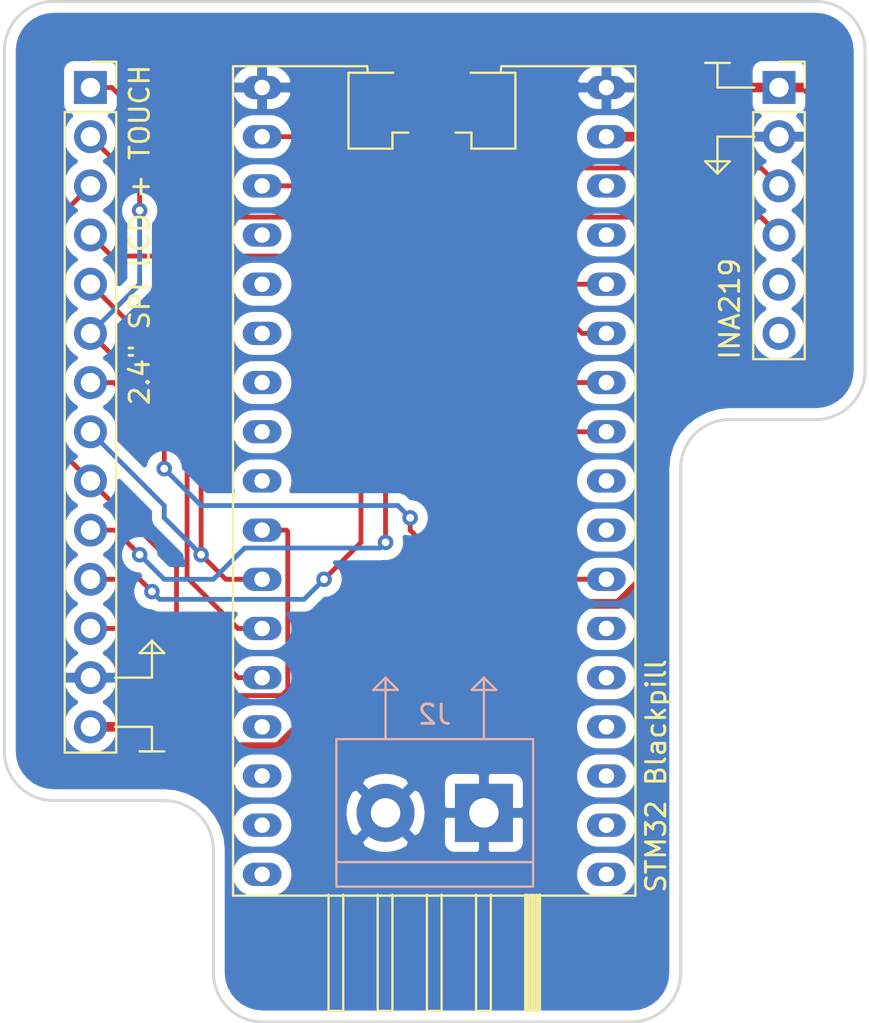
<source format=kicad_pcb>
(kicad_pcb (version 20171130) (host pcbnew "(5.1.5)-2")

  (general
    (thickness 1.6)
    (drawings 45)
    (tracks 104)
    (zones 0)
    (modules 4)
    (nets 36)
  )

  (page A4)
  (layers
    (0 F.Cu signal)
    (31 B.Cu signal)
    (32 B.Adhes user)
    (33 F.Adhes user)
    (34 B.Paste user)
    (35 F.Paste user)
    (36 B.SilkS user)
    (37 F.SilkS user)
    (38 B.Mask user)
    (39 F.Mask user)
    (40 Dwgs.User user)
    (41 Cmts.User user)
    (42 Eco1.User user)
    (43 Eco2.User user)
    (44 Edge.Cuts user)
    (45 Margin user)
    (46 B.CrtYd user)
    (47 F.CrtYd user)
    (48 B.Fab user)
    (49 F.Fab user)
  )

  (setup
    (last_trace_width 0.25)
    (trace_clearance 0.2)
    (zone_clearance 0.508)
    (zone_45_only no)
    (trace_min 0.2)
    (via_size 0.8)
    (via_drill 0.4)
    (via_min_size 0.4)
    (via_min_drill 0.3)
    (uvia_size 0.3)
    (uvia_drill 0.1)
    (uvias_allowed no)
    (uvia_min_size 0.2)
    (uvia_min_drill 0.1)
    (edge_width 0.05)
    (segment_width 0.2)
    (pcb_text_width 0.3)
    (pcb_text_size 1.5 1.5)
    (mod_edge_width 0.12)
    (mod_text_size 1 1)
    (mod_text_width 0.15)
    (pad_size 1.524 1.524)
    (pad_drill 0.762)
    (pad_to_mask_clearance 0.051)
    (solder_mask_min_width 0.25)
    (aux_axis_origin 0 0)
    (visible_elements 7FFFFFFF)
    (pcbplotparams
      (layerselection 0x010fc_ffffffff)
      (usegerberextensions false)
      (usegerberattributes false)
      (usegerberadvancedattributes false)
      (creategerberjobfile false)
      (excludeedgelayer true)
      (linewidth 0.100000)
      (plotframeref false)
      (viasonmask false)
      (mode 1)
      (useauxorigin false)
      (hpglpennumber 1)
      (hpglpenspeed 20)
      (hpglpendiameter 15.000000)
      (psnegative false)
      (psa4output false)
      (plotreference true)
      (plotvalue true)
      (plotinvisibletext false)
      (padsonsilk false)
      (subtractmaskfromsilk false)
      (outputformat 1)
      (mirror false)
      (drillshape 0)
      (scaleselection 1)
      (outputdirectory "./output/"))
  )

  (net 0 "")
  (net 1 "Net-(U1-Pad17)")
  (net 2 "Net-(U1-Pad18)")
  (net 3 "Net-(U1-Pad16)")
  (net 4 "Net-(U1-Pad19)")
  (net 5 "Net-(U1-Pad15)")
  (net 6 "Net-(U1-Pad20)")
  (net 7 "Net-(U1-Pad14)")
  (net 8 "Net-(U1-Pad21)")
  (net 9 "Net-(U1-Pad22)")
  (net 10 "Net-(U1-Pad23)")
  (net 11 "Net-(U1-Pad25)")
  (net 12 "Net-(U1-Pad9)")
  (net 13 "Net-(U1-Pad26)")
  (net 14 "Net-(U1-Pad8)")
  (net 15 "Net-(U1-Pad7)")
  (net 16 "Net-(U1-Pad6)")
  (net 17 "Net-(U1-Pad5)")
  (net 18 "Net-(U1-Pad4)")
  (net 19 "Net-(U1-Pad31)")
  (net 20 "Net-(U1-Pad32)")
  (net 21 GND)
  (net 22 +3V3)
  (net 23 /LCD_CS)
  (net 24 /LCD_RST)
  (net 25 /LCD_DC)
  (net 26 /MOSI)
  (net 27 /SCK)
  (net 28 /LCD_BL)
  (net 29 /MISO)
  (net 30 /T_CS)
  (net 31 /T_IRQ)
  (net 32 "Net-(J3-Pad6)")
  (net 33 "Net-(J3-Pad5)")
  (net 34 /SDA)
  (net 35 /SCL)

  (net_class Default "This is the default net class."
    (clearance 0.2)
    (trace_width 0.25)
    (via_dia 0.8)
    (via_drill 0.4)
    (uvia_dia 0.3)
    (uvia_drill 0.1)
    (add_net /LCD_BL)
    (add_net /LCD_CS)
    (add_net /LCD_DC)
    (add_net /LCD_RST)
    (add_net /MISO)
    (add_net /MOSI)
    (add_net /SCK)
    (add_net /SCL)
    (add_net /SDA)
    (add_net /T_CS)
    (add_net /T_IRQ)
    (add_net "Net-(J3-Pad5)")
    (add_net "Net-(J3-Pad6)")
    (add_net "Net-(U1-Pad14)")
    (add_net "Net-(U1-Pad15)")
    (add_net "Net-(U1-Pad16)")
    (add_net "Net-(U1-Pad17)")
    (add_net "Net-(U1-Pad18)")
    (add_net "Net-(U1-Pad19)")
    (add_net "Net-(U1-Pad20)")
    (add_net "Net-(U1-Pad21)")
    (add_net "Net-(U1-Pad22)")
    (add_net "Net-(U1-Pad23)")
    (add_net "Net-(U1-Pad25)")
    (add_net "Net-(U1-Pad26)")
    (add_net "Net-(U1-Pad31)")
    (add_net "Net-(U1-Pad32)")
    (add_net "Net-(U1-Pad4)")
    (add_net "Net-(U1-Pad5)")
    (add_net "Net-(U1-Pad6)")
    (add_net "Net-(U1-Pad7)")
    (add_net "Net-(U1-Pad8)")
    (add_net "Net-(U1-Pad9)")
  )

  (net_class PWR ""
    (clearance 0.2)
    (trace_width 0.5)
    (via_dia 0.8)
    (via_drill 0.4)
    (uvia_dia 0.3)
    (uvia_drill 0.1)
    (add_net +3V3)
    (add_net GND)
  )

  (module Connector_PinSocket_2.54mm:PinSocket_1x06_P2.54mm_Vertical (layer F.Cu) (tedit 5A19A430) (tstamp 5E92A841)
    (at 123.825 62.865)
    (descr "Through hole straight socket strip, 1x06, 2.54mm pitch, single row (from Kicad 4.0.7), script generated")
    (tags "Through hole socket strip THT 1x06 2.54mm single row")
    (path /5E92A82C)
    (fp_text reference J3 (at 0 -2.77) (layer F.SilkS) hide
      (effects (font (size 1 1) (thickness 0.15)))
    )
    (fp_text value Conn_01x06 (at 0 15.47) (layer F.Fab)
      (effects (font (size 1 1) (thickness 0.15)))
    )
    (fp_text user %R (at 0 6.35 90) (layer F.Fab)
      (effects (font (size 1 1) (thickness 0.15)))
    )
    (fp_line (start -1.8 14.45) (end -1.8 -1.8) (layer F.CrtYd) (width 0.05))
    (fp_line (start 1.75 14.45) (end -1.8 14.45) (layer F.CrtYd) (width 0.05))
    (fp_line (start 1.75 -1.8) (end 1.75 14.45) (layer F.CrtYd) (width 0.05))
    (fp_line (start -1.8 -1.8) (end 1.75 -1.8) (layer F.CrtYd) (width 0.05))
    (fp_line (start 0 -1.33) (end 1.33 -1.33) (layer F.SilkS) (width 0.12))
    (fp_line (start 1.33 -1.33) (end 1.33 0) (layer F.SilkS) (width 0.12))
    (fp_line (start 1.33 1.27) (end 1.33 14.03) (layer F.SilkS) (width 0.12))
    (fp_line (start -1.33 14.03) (end 1.33 14.03) (layer F.SilkS) (width 0.12))
    (fp_line (start -1.33 1.27) (end -1.33 14.03) (layer F.SilkS) (width 0.12))
    (fp_line (start -1.33 1.27) (end 1.33 1.27) (layer F.SilkS) (width 0.12))
    (fp_line (start -1.27 13.97) (end -1.27 -1.27) (layer F.Fab) (width 0.1))
    (fp_line (start 1.27 13.97) (end -1.27 13.97) (layer F.Fab) (width 0.1))
    (fp_line (start 1.27 -0.635) (end 1.27 13.97) (layer F.Fab) (width 0.1))
    (fp_line (start 0.635 -1.27) (end 1.27 -0.635) (layer F.Fab) (width 0.1))
    (fp_line (start -1.27 -1.27) (end 0.635 -1.27) (layer F.Fab) (width 0.1))
    (pad 6 thru_hole oval (at 0 12.7) (size 1.7 1.7) (drill 1) (layers *.Cu *.Mask)
      (net 32 "Net-(J3-Pad6)"))
    (pad 5 thru_hole oval (at 0 10.16) (size 1.7 1.7) (drill 1) (layers *.Cu *.Mask)
      (net 33 "Net-(J3-Pad5)"))
    (pad 4 thru_hole oval (at 0 7.62) (size 1.7 1.7) (drill 1) (layers *.Cu *.Mask)
      (net 34 /SDA))
    (pad 3 thru_hole oval (at 0 5.08) (size 1.7 1.7) (drill 1) (layers *.Cu *.Mask)
      (net 35 /SCL))
    (pad 2 thru_hole oval (at 0 2.54) (size 1.7 1.7) (drill 1) (layers *.Cu *.Mask)
      (net 21 GND))
    (pad 1 thru_hole rect (at 0 0) (size 1.7 1.7) (drill 1) (layers *.Cu *.Mask)
      (net 22 +3V3))
    (model ${KISYS3DMOD}/Connector_PinSocket_2.54mm.3dshapes/PinSocket_1x06_P2.54mm_Vertical.wrl
      (at (xyz 0 0 0))
      (scale (xyz 1 1 1))
      (rotate (xyz 0 0 0))
    )
  )

  (module TerminalBlock:TerminalBlock_bornier-2_P5.08mm (layer B.Cu) (tedit 59FF03AB) (tstamp 5E92A827)
    (at 108.585 100.33 180)
    (descr "simple 2-pin terminal block, pitch 5.08mm, revamped version of bornier2")
    (tags "terminal block bornier2")
    (path /5E92CD0A)
    (fp_text reference J2 (at 2.54 5.08) (layer B.SilkS)
      (effects (font (size 1 1) (thickness 0.15)) (justify mirror))
    )
    (fp_text value Conn_01x02 (at 2.54 -5.08) (layer B.Fab)
      (effects (font (size 1 1) (thickness 0.15)) (justify mirror))
    )
    (fp_line (start 7.79 -4) (end -2.71 -4) (layer B.CrtYd) (width 0.05))
    (fp_line (start 7.79 -4) (end 7.79 4) (layer B.CrtYd) (width 0.05))
    (fp_line (start -2.71 4) (end -2.71 -4) (layer B.CrtYd) (width 0.05))
    (fp_line (start -2.71 4) (end 7.79 4) (layer B.CrtYd) (width 0.05))
    (fp_line (start -2.54 -3.81) (end 7.62 -3.81) (layer B.SilkS) (width 0.12))
    (fp_line (start -2.54 3.81) (end -2.54 -3.81) (layer B.SilkS) (width 0.12))
    (fp_line (start 7.62 3.81) (end -2.54 3.81) (layer B.SilkS) (width 0.12))
    (fp_line (start 7.62 -3.81) (end 7.62 3.81) (layer B.SilkS) (width 0.12))
    (fp_line (start 7.62 -2.54) (end -2.54 -2.54) (layer B.SilkS) (width 0.12))
    (fp_line (start 7.54 3.75) (end -2.46 3.75) (layer B.Fab) (width 0.1))
    (fp_line (start 7.54 -3.75) (end 7.54 3.75) (layer B.Fab) (width 0.1))
    (fp_line (start -2.46 -3.75) (end 7.54 -3.75) (layer B.Fab) (width 0.1))
    (fp_line (start -2.46 3.75) (end -2.46 -3.75) (layer B.Fab) (width 0.1))
    (fp_line (start -2.41 -2.55) (end 7.49 -2.55) (layer B.Fab) (width 0.1))
    (fp_text user %R (at 2.54 0) (layer B.Fab)
      (effects (font (size 1 1) (thickness 0.15)) (justify mirror))
    )
    (pad 2 thru_hole circle (at 5.08 0 180) (size 3 3) (drill 1.52) (layers *.Cu *.Mask)
      (net 21 GND))
    (pad 1 thru_hole rect (at 0 0 180) (size 3 3) (drill 1.52) (layers *.Cu *.Mask)
      (net 21 GND))
    (model ${KISYS3DMOD}/TerminalBlock.3dshapes/TerminalBlock_bornier-2_P5.08mm.wrl
      (offset (xyz 2.539999961853027 0 0))
      (scale (xyz 1 1 1))
      (rotate (xyz 0 0 0))
    )
  )

  (module Connector_PinSocket_2.54mm:PinSocket_1x14_P2.54mm_Vertical (layer F.Cu) (tedit 5A19A434) (tstamp 5E92A812)
    (at 88.265 62.865)
    (descr "Through hole straight socket strip, 1x14, 2.54mm pitch, single row (from Kicad 4.0.7), script generated")
    (tags "Through hole socket strip THT 1x14 2.54mm single row")
    (path /5E92E377)
    (fp_text reference J1 (at 0 -2.77) (layer F.SilkS) hide
      (effects (font (size 1 1) (thickness 0.15)))
    )
    (fp_text value Conn_01x14 (at 0 35.79) (layer F.Fab)
      (effects (font (size 1 1) (thickness 0.15)))
    )
    (fp_text user %R (at 0 16.51 90) (layer F.Fab)
      (effects (font (size 1 1) (thickness 0.15)))
    )
    (fp_line (start -1.8 34.8) (end -1.8 -1.8) (layer F.CrtYd) (width 0.05))
    (fp_line (start 1.75 34.8) (end -1.8 34.8) (layer F.CrtYd) (width 0.05))
    (fp_line (start 1.75 -1.8) (end 1.75 34.8) (layer F.CrtYd) (width 0.05))
    (fp_line (start -1.8 -1.8) (end 1.75 -1.8) (layer F.CrtYd) (width 0.05))
    (fp_line (start 0 -1.33) (end 1.33 -1.33) (layer F.SilkS) (width 0.12))
    (fp_line (start 1.33 -1.33) (end 1.33 0) (layer F.SilkS) (width 0.12))
    (fp_line (start 1.33 1.27) (end 1.33 34.35) (layer F.SilkS) (width 0.12))
    (fp_line (start -1.33 34.35) (end 1.33 34.35) (layer F.SilkS) (width 0.12))
    (fp_line (start -1.33 1.27) (end -1.33 34.35) (layer F.SilkS) (width 0.12))
    (fp_line (start -1.33 1.27) (end 1.33 1.27) (layer F.SilkS) (width 0.12))
    (fp_line (start -1.27 34.29) (end -1.27 -1.27) (layer F.Fab) (width 0.1))
    (fp_line (start 1.27 34.29) (end -1.27 34.29) (layer F.Fab) (width 0.1))
    (fp_line (start 1.27 -0.635) (end 1.27 34.29) (layer F.Fab) (width 0.1))
    (fp_line (start 0.635 -1.27) (end 1.27 -0.635) (layer F.Fab) (width 0.1))
    (fp_line (start -1.27 -1.27) (end 0.635 -1.27) (layer F.Fab) (width 0.1))
    (pad 14 thru_hole oval (at 0 33.02) (size 1.7 1.7) (drill 1) (layers *.Cu *.Mask)
      (net 22 +3V3))
    (pad 13 thru_hole oval (at 0 30.48) (size 1.7 1.7) (drill 1) (layers *.Cu *.Mask)
      (net 21 GND))
    (pad 12 thru_hole oval (at 0 27.94) (size 1.7 1.7) (drill 1) (layers *.Cu *.Mask)
      (net 23 /LCD_CS))
    (pad 11 thru_hole oval (at 0 25.4) (size 1.7 1.7) (drill 1) (layers *.Cu *.Mask)
      (net 24 /LCD_RST))
    (pad 10 thru_hole oval (at 0 22.86) (size 1.7 1.7) (drill 1) (layers *.Cu *.Mask)
      (net 25 /LCD_DC))
    (pad 9 thru_hole oval (at 0 20.32) (size 1.7 1.7) (drill 1) (layers *.Cu *.Mask)
      (net 26 /MOSI))
    (pad 8 thru_hole oval (at 0 17.78) (size 1.7 1.7) (drill 1) (layers *.Cu *.Mask)
      (net 27 /SCK))
    (pad 7 thru_hole oval (at 0 15.24) (size 1.7 1.7) (drill 1) (layers *.Cu *.Mask)
      (net 28 /LCD_BL))
    (pad 6 thru_hole oval (at 0 12.7) (size 1.7 1.7) (drill 1) (layers *.Cu *.Mask)
      (net 29 /MISO))
    (pad 5 thru_hole oval (at 0 10.16) (size 1.7 1.7) (drill 1) (layers *.Cu *.Mask)
      (net 27 /SCK))
    (pad 4 thru_hole oval (at 0 7.62) (size 1.7 1.7) (drill 1) (layers *.Cu *.Mask)
      (net 30 /T_CS))
    (pad 3 thru_hole oval (at 0 5.08) (size 1.7 1.7) (drill 1) (layers *.Cu *.Mask)
      (net 26 /MOSI))
    (pad 2 thru_hole oval (at 0 2.54) (size 1.7 1.7) (drill 1) (layers *.Cu *.Mask)
      (net 29 /MISO))
    (pad 1 thru_hole rect (at 0 0) (size 1.7 1.7) (drill 1) (layers *.Cu *.Mask)
      (net 31 /T_IRQ))
    (model ${KISYS3DMOD}/Connector_PinSocket_2.54mm.3dshapes/PinSocket_1x14_P2.54mm_Vertical.wrl
      (at (xyz 0 0 0))
      (scale (xyz 1 1 1))
      (rotate (xyz 0 0 0))
    )
  )

  (module stm32-energymon:blackpill (layer F.Cu) (tedit 5E9192A6) (tstamp 5E91E38F)
    (at 106.02 83.185 270)
    (path /5E924050)
    (fp_text reference U1 (at -22.42 0) (layer F.SilkS) hide
      (effects (font (size 1 1) (thickness 0.15)))
    )
    (fp_text value blackpill (at 0 0 90) (layer F.Fab)
      (effects (font (size 1 1) (thickness 0.15)))
    )
    (fp_line (start -21.42 -3.463333) (end -21.082 -3.429) (layer F.SilkS) (width 0.12))
    (fp_line (start -21.42 3.463333) (end -21.082 3.429) (layer F.SilkS) (width 0.12))
    (fp_line (start -21.082 4.429) (end -17.162 4.429) (layer F.SilkS) (width 0.12))
    (fp_line (start -21.082 -1.881) (end -21.082 -4.191) (layer F.SilkS) (width 0.12))
    (fp_line (start -21.082 -4.191) (end -17.162 -4.191) (layer F.SilkS) (width 0.12))
    (fp_line (start -17.162 4.429) (end -17.162 2.159) (layer F.SilkS) (width 0.12))
    (fp_line (start -17.162 -4.191) (end -17.162 -1.921) (layer F.SilkS) (width 0.12))
    (fp_line (start -21.082 2.119) (end -21.082 4.429) (layer F.SilkS) (width 0.12))
    (fp_line (start -17.992 2.159) (end -17.992 1.329) (layer F.SilkS) (width 0.12))
    (fp_line (start -17.992 -1.921) (end -17.162 -1.921) (layer F.SilkS) (width 0.12))
    (fp_line (start -17.992 2.159) (end -17.162 2.159) (layer F.SilkS) (width 0.12))
    (fp_line (start -17.992 -1.921) (end -17.992 -1.091) (layer F.SilkS) (width 0.12))
    (fp_line (start 21.312 0.32) (end 27.312 0.32) (layer F.Fab) (width 0.1))
    (fp_line (start 21.312 -5.4) (end 27.312 -5.4) (layer F.Fab) (width 0.1))
    (fp_line (start 21.312 2.22) (end 27.312 2.22) (layer F.Fab) (width 0.1))
    (fp_line (start 21.312 -2.86) (end 27.312 -2.86) (layer F.Fab) (width 0.1))
    (fp_line (start 21.312 -6.35) (end 21.312 6.35) (layer F.Fab) (width 0.1))
    (fp_line (start 18.772 6.35) (end 18.772 -5.715) (layer F.Fab) (width 0.1))
    (fp_line (start 21.312 -4.76) (end 27.312 -4.76) (layer F.Fab) (width 0.1))
    (fp_line (start 21.312 6.35) (end 18.772 6.35) (layer F.Fab) (width 0.1))
    (fp_line (start 27.312 -2.86) (end 27.312 -2.22) (layer F.Fab) (width 0.1))
    (fp_line (start 19.407 -6.35) (end 21.312 -6.35) (layer F.Fab) (width 0.1))
    (fp_line (start 18.772 -5.715) (end 19.407 -6.35) (layer F.Fab) (width 0.1))
    (fp_line (start 27.312 -5.4) (end 27.312 -4.76) (layer F.Fab) (width 0.1))
    (fp_line (start 21.312 -2.22) (end 27.312 -2.22) (layer F.Fab) (width 0.1))
    (fp_line (start 21.312 -0.32) (end 27.312 -0.32) (layer F.Fab) (width 0.1))
    (fp_line (start 27.312 -0.32) (end 27.312 0.32) (layer F.Fab) (width 0.1))
    (fp_line (start 27.372 2.92) (end 21.372 2.92) (layer F.SilkS) (width 0.12))
    (fp_line (start 27.372 0.38) (end 21.372 0.38) (layer F.SilkS) (width 0.12))
    (fp_line (start 21.312 2.86) (end 27.312 2.86) (layer F.Fab) (width 0.1))
    (fp_line (start 21.372 2.16) (end 27.372 2.16) (layer F.SilkS) (width 0.12))
    (fp_line (start 27.372 -0.38) (end 27.372 0.38) (layer F.SilkS) (width 0.12))
    (fp_line (start 27.372 -5.46) (end 27.372 -4.7) (layer F.SilkS) (width 0.12))
    (fp_line (start 21.372 -5.28) (end 27.372 -5.28) (layer F.SilkS) (width 0.12))
    (fp_line (start 21.372 -4.92) (end 27.372 -4.92) (layer F.SilkS) (width 0.12))
    (fp_line (start 27.312 2.22) (end 27.312 2.86) (layer F.Fab) (width 0.1))
    (fp_line (start 27.372 -2.16) (end 21.372 -2.16) (layer F.SilkS) (width 0.12))
    (fp_line (start 27.372 2.16) (end 27.372 2.92) (layer F.SilkS) (width 0.12))
    (fp_line (start 21.312 5.4) (end 27.312 5.4) (layer F.Fab) (width 0.1))
    (fp_line (start 27.372 -2.92) (end 27.372 -2.16) (layer F.SilkS) (width 0.12))
    (fp_line (start 21.372 -0.38) (end 27.372 -0.38) (layer F.SilkS) (width 0.12))
    (fp_line (start 21.312 4.76) (end 27.312 4.76) (layer F.Fab) (width 0.1))
    (fp_line (start 21.372 4.7) (end 27.372 4.7) (layer F.SilkS) (width 0.12))
    (fp_line (start 27.372 4.7) (end 27.372 5.46) (layer F.SilkS) (width 0.12))
    (fp_line (start 21.372 -4.8) (end 27.372 -4.8) (layer F.SilkS) (width 0.12))
    (fp_line (start 21.372 -2.92) (end 27.372 -2.92) (layer F.SilkS) (width 0.12))
    (fp_line (start 27.372 -4.7) (end 21.372 -4.7) (layer F.SilkS) (width 0.12))
    (fp_line (start 21.372 -5.04) (end 27.372 -5.04) (layer F.SilkS) (width 0.12))
    (fp_line (start 21.372 -5.16) (end 27.372 -5.16) (layer F.SilkS) (width 0.12))
    (fp_line (start 27.372 5.46) (end 21.372 5.46) (layer F.SilkS) (width 0.12))
    (fp_line (start 27.312 4.76) (end 27.312 5.4) (layer F.Fab) (width 0.1))
    (fp_line (start 21.372 -5.46) (end 27.372 -5.46) (layer F.SilkS) (width 0.12))
    (fp_line (start 21.372 -5.4) (end 27.372 -5.4) (layer F.SilkS) (width 0.12))
    (fp_line (start -21.17 10.14) (end -21.17 -10.14) (layer F.CrtYd) (width 0.05))
    (fp_line (start 21.17 10.14) (end -21.17 10.14) (layer F.CrtYd) (width 0.05))
    (fp_line (start 21.17 -10.14) (end 21.17 10.14) (layer F.CrtYd) (width 0.05))
    (fp_line (start -21.17 -10.14) (end 21.17 -10.14) (layer F.CrtYd) (width 0.05))
    (fp_line (start -21.42 3.463333) (end -21.42 10.389999) (layer F.SilkS) (width 0.12))
    (fp_line (start -21.42 -10.39) (end -21.42 -3.463333) (layer F.SilkS) (width 0.12))
    (fp_line (start 21.42 -10.389999) (end -21.42 -10.39) (layer F.SilkS) (width 0.12))
    (fp_line (start 21.42 10.39) (end 21.42 -10.389999) (layer F.SilkS) (width 0.12))
    (fp_line (start -21.42 10.389999) (end 21.42 10.39) (layer F.SilkS) (width 0.12))
    (pad 17 thru_hole oval (at 20.32 8.89 270) (size 1.2 2) (drill 0.8) (layers *.Cu *.Mask)
      (net 1 "Net-(U1-Pad17)"))
    (pad 18 thru_hole oval (at 20.32 -8.89 270) (size 1.2 2) (drill 0.8) (layers *.Cu *.Mask)
      (net 2 "Net-(U1-Pad18)"))
    (pad 16 thru_hole oval (at 17.78 8.89 270) (size 1.2 2) (drill 0.8) (layers *.Cu *.Mask)
      (net 3 "Net-(U1-Pad16)"))
    (pad 19 thru_hole oval (at 17.78 -8.89 270) (size 1.2 2) (drill 0.8) (layers *.Cu *.Mask)
      (net 4 "Net-(U1-Pad19)"))
    (pad 15 thru_hole oval (at 15.24 8.89 270) (size 1.2 2) (drill 0.8) (layers *.Cu *.Mask)
      (net 5 "Net-(U1-Pad15)"))
    (pad 20 thru_hole oval (at 15.24 -8.89 270) (size 1.2 2) (drill 0.8) (layers *.Cu *.Mask)
      (net 6 "Net-(U1-Pad20)"))
    (pad 14 thru_hole oval (at 12.7 8.89 270) (size 1.2 2) (drill 0.8) (layers *.Cu *.Mask)
      (net 7 "Net-(U1-Pad14)"))
    (pad 21 thru_hole oval (at 12.7 -8.89 270) (size 1.2 2) (drill 0.8) (layers *.Cu *.Mask)
      (net 8 "Net-(U1-Pad21)"))
    (pad 13 thru_hole oval (at 10.16 8.89 270) (size 1.2 2) (drill 0.8) (layers *.Cu *.Mask)
      (net 26 /MOSI))
    (pad 22 thru_hole oval (at 10.16 -8.89 270) (size 1.2 2) (drill 0.8) (layers *.Cu *.Mask)
      (net 9 "Net-(U1-Pad22)"))
    (pad 12 thru_hole oval (at 7.62 8.89 270) (size 1.2 2) (drill 0.8) (layers *.Cu *.Mask)
      (net 29 /MISO))
    (pad 23 thru_hole oval (at 7.62 -8.89 270) (size 1.2 2) (drill 0.8) (layers *.Cu *.Mask)
      (net 10 "Net-(U1-Pad23)"))
    (pad 11 thru_hole oval (at 5.08 8.89 270) (size 1.2 2) (drill 0.8) (layers *.Cu *.Mask)
      (net 27 /SCK))
    (pad 24 thru_hole oval (at 5.08 -8.89 270) (size 1.2 2) (drill 0.8) (layers *.Cu *.Mask)
      (net 28 /LCD_BL))
    (pad 10 thru_hole oval (at 2.54 8.89 270) (size 1.2 2) (drill 0.8) (layers *.Cu *.Mask)
      (net 23 /LCD_CS))
    (pad 25 thru_hole oval (at 2.54 -8.89 270) (size 1.2 2) (drill 0.8) (layers *.Cu *.Mask)
      (net 11 "Net-(U1-Pad25)"))
    (pad 9 thru_hole oval (at 0 8.89 270) (size 1.2 2) (drill 0.8) (layers *.Cu *.Mask)
      (net 12 "Net-(U1-Pad9)"))
    (pad 26 thru_hole oval (at 0 -8.89 270) (size 1.2 2) (drill 0.8) (layers *.Cu *.Mask)
      (net 13 "Net-(U1-Pad26)"))
    (pad 8 thru_hole oval (at -2.54 8.89 270) (size 1.2 2) (drill 0.8) (layers *.Cu *.Mask)
      (net 14 "Net-(U1-Pad8)"))
    (pad 27 thru_hole oval (at -2.54 -8.89 270) (size 1.2 2) (drill 0.8) (layers *.Cu *.Mask)
      (net 25 /LCD_DC))
    (pad 7 thru_hole oval (at -5.08 8.89 270) (size 1.2 2) (drill 0.8) (layers *.Cu *.Mask)
      (net 15 "Net-(U1-Pad7)"))
    (pad 28 thru_hole oval (at -5.08 -8.89 270) (size 1.2 2) (drill 0.8) (layers *.Cu *.Mask)
      (net 24 /LCD_RST))
    (pad 6 thru_hole oval (at -7.62 8.89 270) (size 1.2 2) (drill 0.8) (layers *.Cu *.Mask)
      (net 16 "Net-(U1-Pad6)"))
    (pad 29 thru_hole oval (at -7.62 -8.89 270) (size 1.2 2) (drill 0.8) (layers *.Cu *.Mask)
      (net 30 /T_CS))
    (pad 5 thru_hole oval (at -10.16 8.89 270) (size 1.2 2) (drill 0.8) (layers *.Cu *.Mask)
      (net 17 "Net-(U1-Pad5)"))
    (pad 30 thru_hole oval (at -10.16 -8.89 270) (size 1.2 2) (drill 0.8) (layers *.Cu *.Mask)
      (net 31 /T_IRQ))
    (pad 4 thru_hole oval (at -12.7 8.89 270) (size 1.2 2) (drill 0.8) (layers *.Cu *.Mask)
      (net 18 "Net-(U1-Pad4)"))
    (pad 31 thru_hole oval (at -12.7 -8.89 270) (size 1.2 2) (drill 0.8) (layers *.Cu *.Mask)
      (net 19 "Net-(U1-Pad31)"))
    (pad 3 thru_hole oval (at -15.24 8.89 270) (size 1.2 2) (drill 0.8) (layers *.Cu *.Mask)
      (net 34 /SDA))
    (pad 32 thru_hole oval (at -15.24 -8.89 270) (size 1.2 2) (drill 0.8) (layers *.Cu *.Mask)
      (net 20 "Net-(U1-Pad32)"))
    (pad 2 thru_hole oval (at -17.78 8.89 270) (size 1.2 2) (drill 0.8) (layers *.Cu *.Mask)
      (net 35 /SCL))
    (pad 33 thru_hole oval (at -17.78 -8.89 270) (size 1.2 2) (drill 0.8) (layers *.Cu *.Mask)
      (net 22 +3V3))
    (pad 1 thru_hole oval (at -20.32 8.89 270) (size 1.2 2) (drill 0.8) (layers *.Cu *.Mask)
      (net 21 GND))
    (pad 34 thru_hole oval (at -20.32 -8.89 270) (size 1.2 2) (drill 0.8) (layers *.Cu *.Mask)
      (net 21 GND))
  )

  (gr_arc (start 116.205 108.585) (end 116.205 111.125) (angle -90) (layer Edge.Cuts) (width 0.15) (tstamp 5E92B7D4))
  (gr_line (start 118.745 82.55) (end 118.745 108.585) (layer Edge.Cuts) (width 0.15))
  (gr_line (start 125.73 80.01) (end 121.285 80.01) (layer Edge.Cuts) (width 0.15) (tstamp 5E92B807))
  (gr_arc (start 121.285 82.55) (end 121.285 80.01) (angle -90) (layer Edge.Cuts) (width 0.15) (tstamp 5E92B7D4))
  (gr_arc (start 125.73 77.47) (end 125.73 80.01) (angle -90) (layer Edge.Cuts) (width 0.15) (tstamp 5E92B7D4))
  (gr_line (start 94.615 102.235) (end 94.615 108.585) (layer Edge.Cuts) (width 0.15) (tstamp 5E92B7EA))
  (gr_line (start 86.36 99.695) (end 92.075 99.695) (layer Edge.Cuts) (width 0.15) (tstamp 5E92B7E3))
  (gr_arc (start 97.155 108.585) (end 94.615 108.585) (angle -90) (layer Edge.Cuts) (width 0.15) (tstamp 5E92B7D4))
  (gr_arc (start 86.36 97.155) (end 83.82 97.155) (angle -90) (layer Edge.Cuts) (width 0.15) (tstamp 5E92B7D4))
  (gr_arc (start 92.075 102.235) (end 94.615 102.235) (angle -90) (layer Edge.Cuts) (width 0.15) (tstamp 5E92B407))
  (gr_arc (start 86.36 60.96) (end 86.36 58.42) (angle -90) (layer Edge.Cuts) (width 0.15) (tstamp 5E92B407))
  (gr_arc (start 125.73 60.96) (end 128.27 60.96) (angle -90) (layer Edge.Cuts) (width 0.15))
  (gr_line (start 128.27 60.96) (end 128.27 77.47) (layer Edge.Cuts) (width 0.15) (tstamp 5E92B323))
  (gr_line (start 86.36 58.42) (end 125.73 58.42) (layer Edge.Cuts) (width 0.15))
  (gr_line (start 83.82 97.155) (end 83.82 60.96) (layer Edge.Cuts) (width 0.15))
  (gr_line (start 116.205 111.125) (end 97.155 111.125) (layer Edge.Cuts) (width 0.15))
  (gr_line (start 104.14 93.98) (end 103.505 93.345) (layer B.SilkS) (width 0.12) (tstamp 5E92AF88))
  (gr_line (start 102.87 93.98) (end 104.14 93.98) (layer B.SilkS) (width 0.12))
  (gr_line (start 103.505 93.345) (end 102.87 93.98) (layer B.SilkS) (width 0.12))
  (gr_line (start 103.505 96.52) (end 103.505 93.345) (layer B.SilkS) (width 0.12))
  (gr_line (start 109.22 93.98) (end 108.585 93.345) (layer B.SilkS) (width 0.12) (tstamp 5E92AF87))
  (gr_line (start 107.95 93.98) (end 109.22 93.98) (layer B.SilkS) (width 0.12))
  (gr_line (start 108.585 93.345) (end 107.95 93.98) (layer B.SilkS) (width 0.12))
  (gr_line (start 108.585 96.52) (end 108.585 93.345) (layer B.SilkS) (width 0.12))
  (gr_text "STM32 Blackpill" (at 117.475 98.425 90) (layer F.SilkS)
    (effects (font (size 1 1) (thickness 0.15)))
  )
  (gr_text "2.4\" SPI LCD + TOUCH" (at 90.805 70.485 90) (layer F.SilkS)
    (effects (font (size 1 1) (thickness 0.15)))
  )
  (gr_text INA219 (at 121.285 74.295 90) (layer F.SilkS)
    (effects (font (size 1 1) (thickness 0.15)))
  )
  (gr_line (start 121.285 66.675) (end 120.65 67.31) (layer F.SilkS) (width 0.12) (tstamp 5E92AF83))
  (gr_line (start 120.015 66.675) (end 121.285 66.675) (layer F.SilkS) (width 0.12))
  (gr_line (start 120.65 67.31) (end 120.015 66.675) (layer F.SilkS) (width 0.12))
  (gr_line (start 120.65 65.405) (end 120.65 67.31) (layer F.SilkS) (width 0.12))
  (gr_line (start 122.555 65.405) (end 120.65 65.405) (layer F.SilkS) (width 0.12))
  (gr_line (start 120.015 61.595) (end 121.285 61.595) (layer F.SilkS) (width 0.12))
  (gr_line (start 120.65 61.595) (end 120.015 61.595) (layer F.SilkS) (width 0.12))
  (gr_line (start 120.65 62.865) (end 120.65 61.595) (layer F.SilkS) (width 0.12))
  (gr_line (start 122.555 62.865) (end 120.65 62.865) (layer F.SilkS) (width 0.12))
  (gr_line (start 92.075 92.075) (end 91.44 91.44) (layer F.SilkS) (width 0.12) (tstamp 5E92AF82))
  (gr_line (start 90.805 92.075) (end 92.075 92.075) (layer F.SilkS) (width 0.12))
  (gr_line (start 91.44 91.44) (end 90.805 92.075) (layer F.SilkS) (width 0.12))
  (gr_line (start 91.44 93.345) (end 91.44 91.44) (layer F.SilkS) (width 0.12))
  (gr_line (start 89.535 93.345) (end 91.44 93.345) (layer F.SilkS) (width 0.12))
  (gr_line (start 90.805 97.155) (end 92.075 97.155) (layer F.SilkS) (width 0.12))
  (gr_line (start 91.44 97.155) (end 90.805 97.155) (layer F.SilkS) (width 0.12))
  (gr_line (start 91.44 95.885) (end 91.44 97.155) (layer F.SilkS) (width 0.12))
  (gr_line (start 89.535 95.885) (end 91.44 95.885) (layer F.SilkS) (width 0.12))

  (segment (start 114.91 65.405) (end 118.11 65.405) (width 0.5) (layer F.Cu) (net 22))
  (segment (start 120.65 62.865) (end 123.825 62.865) (width 0.5) (layer F.Cu) (net 22))
  (segment (start 118.11 65.405) (end 120.65 62.865) (width 0.5) (layer F.Cu) (net 22))
  (segment (start 88.265 95.885) (end 93.98 95.885) (width 0.5) (layer F.Cu) (net 22))
  (segment (start 93.98 95.885) (end 95.03001 96.93501) (width 0.5) (layer F.Cu) (net 22))
  (segment (start 97.964928 96.93501) (end 101.6 93.299938) (width 0.5) (layer F.Cu) (net 22))
  (segment (start 95.03001 96.93501) (end 97.964928 96.93501) (width 0.5) (layer F.Cu) (net 22))
  (segment (start 101.6 93.299938) (end 101.6 92.075) (width 0.5) (layer F.Cu) (net 22))
  (segment (start 101.6 92.075) (end 104.14 89.535) (width 0.5) (layer F.Cu) (net 22))
  (segment (start 104.14 89.535) (end 115.524938 89.535) (width 0.5) (layer F.Cu) (net 22))
  (segment (start 125.175 62.865) (end 123.825 62.865) (width 0.5) (layer F.Cu) (net 22))
  (segment (start 126.365 64.055) (end 125.175 62.865) (width 0.5) (layer F.Cu) (net 22))
  (segment (start 115.524938 89.535) (end 117.475 87.584938) (width 0.5) (layer F.Cu) (net 22))
  (segment (start 117.475 87.584938) (end 117.475 79.375) (width 0.5) (layer F.Cu) (net 22))
  (segment (start 117.475 79.375) (end 118.11 78.74) (width 0.5) (layer F.Cu) (net 22))
  (segment (start 118.11 78.74) (end 125.095 78.74) (width 0.5) (layer F.Cu) (net 22))
  (segment (start 125.095 78.74) (end 126.365 77.47) (width 0.5) (layer F.Cu) (net 22))
  (segment (start 126.365 64.055) (end 126.365 77.47) (width 0.5) (layer F.Cu) (net 22))
  (segment (start 88.265 90.805) (end 91.44 90.805) (width 0.25) (layer F.Cu) (net 23))
  (segment (start 94.90501 94.27001) (end 98.13499 94.27001) (width 0.25) (layer F.Cu) (net 23))
  (segment (start 91.44 90.805) (end 94.90501 94.27001) (width 0.25) (layer F.Cu) (net 23))
  (segment (start 98.38 85.725) (end 97.13 85.725) (width 0.25) (layer F.Cu) (net 23))
  (segment (start 98.45501 85.80001) (end 98.38 85.725) (width 0.25) (layer F.Cu) (net 23))
  (segment (start 98.45501 93.94999) (end 98.45501 85.80001) (width 0.25) (layer F.Cu) (net 23))
  (segment (start 98.13499 94.27001) (end 98.45501 93.94999) (width 0.25) (layer F.Cu) (net 23))
  (via (at 91.44 88.9) (size 0.8) (drill 0.4) (layers F.Cu B.Cu) (net 24))
  (segment (start 88.265 88.265) (end 90.805 88.265) (width 0.25) (layer F.Cu) (net 24))
  (segment (start 90.805 88.265) (end 91.44 88.9) (width 0.25) (layer F.Cu) (net 24))
  (segment (start 91.839999 89.299999) (end 99.295001 89.299999) (width 0.25) (layer B.Cu) (net 24))
  (segment (start 91.44 88.9) (end 91.839999 89.299999) (width 0.25) (layer B.Cu) (net 24))
  (via (at 100.33 88.265) (size 0.8) (drill 0.4) (layers F.Cu B.Cu) (net 24))
  (segment (start 99.295001 89.299999) (end 100.33 88.265) (width 0.25) (layer B.Cu) (net 24))
  (segment (start 100.33 88.265) (end 102.235 86.36) (width 0.25) (layer F.Cu) (net 24))
  (segment (start 102.235 86.36) (end 102.235 80.645) (width 0.25) (layer F.Cu) (net 24))
  (segment (start 104.775 78.105) (end 114.91 78.105) (width 0.25) (layer F.Cu) (net 24))
  (segment (start 102.235 80.645) (end 104.775 78.105) (width 0.25) (layer F.Cu) (net 24))
  (via (at 90.805 86.995) (size 0.8) (drill 0.4) (layers F.Cu B.Cu) (net 25))
  (segment (start 88.265 85.725) (end 89.535 85.725) (width 0.25) (layer F.Cu) (net 25))
  (segment (start 89.535 85.725) (end 90.805 86.995) (width 0.25) (layer F.Cu) (net 25))
  (segment (start 90.805 86.995) (end 92.075 88.265) (width 0.25) (layer B.Cu) (net 25))
  (segment (start 92.075 88.265) (end 94.615 88.265) (width 0.25) (layer B.Cu) (net 25))
  (segment (start 96.229991 86.65001) (end 103.21499 86.65001) (width 0.25) (layer B.Cu) (net 25))
  (segment (start 94.615 88.265) (end 96.229991 86.65001) (width 0.25) (layer B.Cu) (net 25))
  (via (at 103.505 86.36) (size 0.8) (drill 0.4) (layers F.Cu B.Cu) (net 25))
  (segment (start 103.21499 86.65001) (end 103.505 86.36) (width 0.25) (layer B.Cu) (net 25))
  (segment (start 104.775 80.645) (end 114.91 80.645) (width 0.25) (layer F.Cu) (net 25))
  (segment (start 103.505 86.36) (end 103.505 81.915) (width 0.25) (layer F.Cu) (net 25))
  (segment (start 103.505 81.915) (end 104.775 80.645) (width 0.25) (layer F.Cu) (net 25))
  (segment (start 95.88 93.345) (end 92.71 90.175) (width 0.25) (layer F.Cu) (net 26))
  (segment (start 97.13 93.345) (end 95.88 93.345) (width 0.25) (layer F.Cu) (net 26))
  (segment (start 92.71 87.63) (end 88.265 83.185) (width 0.25) (layer F.Cu) (net 26))
  (segment (start 92.71 90.175) (end 92.71 87.63) (width 0.25) (layer F.Cu) (net 26))
  (segment (start 88.265 67.945) (end 86.36 69.85) (width 0.25) (layer F.Cu) (net 26))
  (segment (start 86.36 81.28) (end 88.265 83.185) (width 0.25) (layer F.Cu) (net 26))
  (segment (start 86.36 69.85) (end 86.36 81.28) (width 0.25) (layer F.Cu) (net 26))
  (via (at 93.98 86.995) (size 0.8) (drill 0.4) (layers F.Cu B.Cu) (net 27))
  (segment (start 95.25 88.265) (end 93.98 86.995) (width 0.25) (layer F.Cu) (net 27))
  (segment (start 97.13 88.265) (end 95.25 88.265) (width 0.25) (layer F.Cu) (net 27))
  (segment (start 93.98 86.995) (end 92.075 85.09) (width 0.25) (layer B.Cu) (net 27))
  (segment (start 92.075 84.455) (end 88.265 80.645) (width 0.25) (layer B.Cu) (net 27))
  (segment (start 92.075 85.09) (end 92.075 84.455) (width 0.25) (layer B.Cu) (net 27))
  (segment (start 93.98 78.74) (end 88.265 73.025) (width 0.25) (layer F.Cu) (net 27))
  (segment (start 93.98 86.995) (end 93.98 78.74) (width 0.25) (layer F.Cu) (net 27))
  (segment (start 89.467081 78.105) (end 92.075 80.712919) (width 0.25) (layer F.Cu) (net 28))
  (segment (start 88.265 78.105) (end 89.467081 78.105) (width 0.25) (layer F.Cu) (net 28))
  (segment (start 92.075 80.712919) (end 92.075 82.55) (width 0.25) (layer F.Cu) (net 28))
  (via (at 92.075 82.55) (size 0.8) (drill 0.4) (layers F.Cu B.Cu) (net 28))
  (segment (start 92.075 82.55) (end 93.98 84.455) (width 0.25) (layer B.Cu) (net 28))
  (segment (start 93.98 84.455) (end 104.14 84.455) (width 0.25) (layer B.Cu) (net 28))
  (segment (start 104.14 84.455) (end 104.775 85.09) (width 0.25) (layer B.Cu) (net 28))
  (via (at 104.775 85.09) (size 0.8) (drill 0.4) (layers F.Cu B.Cu) (net 28))
  (segment (start 104.775 85.09) (end 104.775 85.725) (width 0.25) (layer F.Cu) (net 28))
  (segment (start 107.315 88.265) (end 114.91 88.265) (width 0.25) (layer F.Cu) (net 28))
  (segment (start 104.775 85.725) (end 107.315 88.265) (width 0.25) (layer F.Cu) (net 28))
  (segment (start 95.88 90.805) (end 93.254998 88.179998) (width 0.25) (layer F.Cu) (net 29))
  (segment (start 97.13 90.805) (end 95.88 90.805) (width 0.25) (layer F.Cu) (net 29))
  (segment (start 89.114999 76.414999) (end 88.265 75.565) (width 0.25) (layer F.Cu) (net 29))
  (segment (start 93.254998 80.554998) (end 89.114999 76.414999) (width 0.25) (layer F.Cu) (net 29))
  (segment (start 93.254998 88.179998) (end 93.254998 80.554998) (width 0.25) (layer F.Cu) (net 29))
  (segment (start 88.265 65.405) (end 90.805 67.945) (width 0.25) (layer F.Cu) (net 29))
  (via (at 90.805 69.215) (size 0.8) (drill 0.4) (layers F.Cu B.Cu) (net 29))
  (segment (start 90.805 67.945) (end 90.805 69.215) (width 0.25) (layer F.Cu) (net 29))
  (segment (start 90.805 73.025) (end 88.265 75.565) (width 0.25) (layer B.Cu) (net 29))
  (segment (start 90.805 69.215) (end 90.805 73.025) (width 0.25) (layer B.Cu) (net 29))
  (segment (start 89.350009 71.570009) (end 109.665009 71.570009) (width 0.25) (layer F.Cu) (net 30))
  (segment (start 88.265 70.485) (end 89.350009 71.570009) (width 0.25) (layer F.Cu) (net 30))
  (segment (start 113.66 75.565) (end 114.91 75.565) (width 0.25) (layer F.Cu) (net 30))
  (segment (start 109.665009 71.570009) (end 113.66 75.565) (width 0.25) (layer F.Cu) (net 30))
  (segment (start 89.365 62.865) (end 92.71 66.21) (width 0.25) (layer F.Cu) (net 31))
  (segment (start 88.265 62.865) (end 89.365 62.865) (width 0.25) (layer F.Cu) (net 31))
  (segment (start 92.71 66.21) (end 92.71 67.31) (width 0.25) (layer F.Cu) (net 31))
  (segment (start 92.71 67.31) (end 94.95999 69.55999) (width 0.25) (layer F.Cu) (net 31))
  (segment (start 94.95999 69.55999) (end 108.92999 69.55999) (width 0.25) (layer F.Cu) (net 31))
  (segment (start 112.395 73.025) (end 114.91 73.025) (width 0.25) (layer F.Cu) (net 31))
  (segment (start 108.92999 69.55999) (end 112.395 73.025) (width 0.25) (layer F.Cu) (net 31))
  (segment (start 109.5664 69.55999) (end 107.95141 67.945) (width 0.25) (layer F.Cu) (net 34))
  (segment (start 122.89999 69.55999) (end 109.5664 69.55999) (width 0.25) (layer F.Cu) (net 34))
  (segment (start 107.95141 67.945) (end 98.38 67.945) (width 0.25) (layer F.Cu) (net 34))
  (segment (start 98.38 67.945) (end 97.13 67.945) (width 0.25) (layer F.Cu) (net 34))
  (segment (start 123.825 70.485) (end 122.89999 69.55999) (width 0.25) (layer F.Cu) (net 34))
  (segment (start 122.89999 67.01999) (end 106.38999 67.01999) (width 0.25) (layer F.Cu) (net 35))
  (segment (start 123.825 67.945) (end 122.89999 67.01999) (width 0.25) (layer F.Cu) (net 35))
  (segment (start 104.775 65.405) (end 97.13 65.405) (width 0.25) (layer F.Cu) (net 35))
  (segment (start 106.38999 67.01999) (end 104.775 65.405) (width 0.25) (layer F.Cu) (net 35))

  (zone (net 21) (net_name GND) (layer B.Cu) (tstamp 5E92BD82) (hatch edge 0.508)
    (connect_pads (clearance 0.508))
    (min_thickness 0.254)
    (fill yes (arc_segments 32) (thermal_gap 0.508) (thermal_bridge_width 0.508))
    (polygon
      (pts
        (xy 128.27 111.125) (xy 83.82 111.125) (xy 83.82 58.42) (xy 128.27 58.42)
      )
    )
    (filled_polygon
      (pts
        (xy 126.084785 59.168191) (xy 126.42606 59.271228) (xy 126.740822 59.43859) (xy 127.017083 59.663903) (xy 127.244317 59.938582)
        (xy 127.41387 60.252164) (xy 127.519286 60.592708) (xy 127.56 60.980072) (xy 127.560001 77.435269) (xy 127.521809 77.824784)
        (xy 127.418771 78.166063) (xy 127.251409 78.480825) (xy 127.026097 78.757083) (xy 126.751418 78.984317) (xy 126.437838 79.153869)
        (xy 126.097288 79.259287) (xy 125.709928 79.3) (xy 121.250123 79.3) (xy 121.218706 79.303094) (xy 121.202919 79.302984)
        (xy 121.193053 79.303951) (xy 120.700047 79.355768) (xy 120.63699 79.368712) (xy 120.5738 79.380766) (xy 120.56431 79.383631)
        (xy 120.090757 79.53022) (xy 120.03147 79.555143) (xy 119.971769 79.579263) (xy 119.963017 79.583918) (xy 119.526957 79.819695)
        (xy 119.473657 79.855646) (xy 119.419762 79.890914) (xy 119.41208 79.89718) (xy 119.03012 80.213164) (xy 118.984784 80.258817)
        (xy 118.938798 80.30385) (xy 118.932485 80.311482) (xy 118.93248 80.311487) (xy 118.932476 80.311492) (xy 118.619169 80.695644)
        (xy 118.583567 80.749231) (xy 118.547202 80.80234) (xy 118.542487 80.811061) (xy 118.30976 81.248756) (xy 118.285243 81.308238)
        (xy 118.259887 81.367398) (xy 118.256956 81.376868) (xy 118.113677 81.851433) (xy 118.101184 81.914531) (xy 118.087799 81.977502)
        (xy 118.086763 81.987361) (xy 118.038439 82.480211) (xy 118.035 82.515124) (xy 118.035001 108.550269) (xy 117.996809 108.939784)
        (xy 117.893771 109.281063) (xy 117.726409 109.595825) (xy 117.501097 109.872083) (xy 117.226418 110.099317) (xy 116.912838 110.268869)
        (xy 116.572288 110.374287) (xy 116.184928 110.415) (xy 97.18972 110.415) (xy 96.800216 110.376809) (xy 96.458937 110.273771)
        (xy 96.144175 110.106409) (xy 95.867917 109.881097) (xy 95.640683 109.606418) (xy 95.471131 109.292838) (xy 95.365713 108.952288)
        (xy 95.325 108.564928) (xy 95.325 103.505) (xy 95.489025 103.505) (xy 95.51287 103.747102) (xy 95.583489 103.979901)
        (xy 95.698167 104.194449) (xy 95.852498 104.382502) (xy 96.040551 104.536833) (xy 96.255099 104.651511) (xy 96.487898 104.72213)
        (xy 96.669335 104.74) (xy 97.590665 104.74) (xy 97.772102 104.72213) (xy 98.004901 104.651511) (xy 98.219449 104.536833)
        (xy 98.407502 104.382502) (xy 98.561833 104.194449) (xy 98.676511 103.979901) (xy 98.74713 103.747102) (xy 98.770975 103.505)
        (xy 113.269025 103.505) (xy 113.29287 103.747102) (xy 113.363489 103.979901) (xy 113.478167 104.194449) (xy 113.632498 104.382502)
        (xy 113.820551 104.536833) (xy 114.035099 104.651511) (xy 114.267898 104.72213) (xy 114.449335 104.74) (xy 115.370665 104.74)
        (xy 115.552102 104.72213) (xy 115.784901 104.651511) (xy 115.999449 104.536833) (xy 116.187502 104.382502) (xy 116.341833 104.194449)
        (xy 116.456511 103.979901) (xy 116.52713 103.747102) (xy 116.550975 103.505) (xy 116.52713 103.262898) (xy 116.456511 103.030099)
        (xy 116.341833 102.815551) (xy 116.187502 102.627498) (xy 115.999449 102.473167) (xy 115.784901 102.358489) (xy 115.552102 102.28787)
        (xy 115.370665 102.27) (xy 114.449335 102.27) (xy 114.267898 102.28787) (xy 114.035099 102.358489) (xy 113.820551 102.473167)
        (xy 113.632498 102.627498) (xy 113.478167 102.815551) (xy 113.363489 103.030099) (xy 113.29287 103.262898) (xy 113.269025 103.505)
        (xy 98.770975 103.505) (xy 98.74713 103.262898) (xy 98.676511 103.030099) (xy 98.561833 102.815551) (xy 98.407502 102.627498)
        (xy 98.219449 102.473167) (xy 98.004901 102.358489) (xy 97.772102 102.28787) (xy 97.590665 102.27) (xy 96.669335 102.27)
        (xy 96.487898 102.28787) (xy 96.255099 102.358489) (xy 96.040551 102.473167) (xy 95.852498 102.627498) (xy 95.698167 102.815551)
        (xy 95.583489 103.030099) (xy 95.51287 103.262898) (xy 95.489025 103.505) (xy 95.325 103.505) (xy 95.325 102.200123)
        (xy 95.321906 102.168706) (xy 95.322016 102.152919) (xy 95.321049 102.143053) (xy 95.269232 101.650047) (xy 95.256288 101.58699)
        (xy 95.244234 101.5238) (xy 95.241369 101.51431) (xy 95.09478 101.040757) (xy 95.069857 100.98147) (xy 95.063203 100.965)
        (xy 95.489025 100.965) (xy 95.51287 101.207102) (xy 95.583489 101.439901) (xy 95.698167 101.654449) (xy 95.852498 101.842502)
        (xy 96.040551 101.996833) (xy 96.255099 102.111511) (xy 96.487898 102.18213) (xy 96.669335 102.2) (xy 97.590665 102.2)
        (xy 97.772102 102.18213) (xy 98.004901 102.111511) (xy 98.219449 101.996833) (xy 98.407502 101.842502) (xy 98.424612 101.821653)
        (xy 102.192952 101.821653) (xy 102.348962 102.137214) (xy 102.723745 102.32802) (xy 103.128551 102.442044) (xy 103.547824 102.474902)
        (xy 103.965451 102.425334) (xy 104.365383 102.295243) (xy 104.661038 102.137214) (xy 104.812921 101.83) (xy 106.446928 101.83)
        (xy 106.459188 101.954482) (xy 106.495498 102.07418) (xy 106.554463 102.184494) (xy 106.633815 102.281185) (xy 106.730506 102.360537)
        (xy 106.84082 102.419502) (xy 106.960518 102.455812) (xy 107.085 102.468072) (xy 108.29925 102.465) (xy 108.458 102.30625)
        (xy 108.458 100.457) (xy 108.712 100.457) (xy 108.712 102.30625) (xy 108.87075 102.465) (xy 110.085 102.468072)
        (xy 110.209482 102.455812) (xy 110.32918 102.419502) (xy 110.439494 102.360537) (xy 110.536185 102.281185) (xy 110.615537 102.184494)
        (xy 110.674502 102.07418) (xy 110.710812 101.954482) (xy 110.723072 101.83) (xy 110.720884 100.965) (xy 113.269025 100.965)
        (xy 113.29287 101.207102) (xy 113.363489 101.439901) (xy 113.478167 101.654449) (xy 113.632498 101.842502) (xy 113.820551 101.996833)
        (xy 114.035099 102.111511) (xy 114.267898 102.18213) (xy 114.449335 102.2) (xy 115.370665 102.2) (xy 115.552102 102.18213)
        (xy 115.784901 102.111511) (xy 115.999449 101.996833) (xy 116.187502 101.842502) (xy 116.341833 101.654449) (xy 116.456511 101.439901)
        (xy 116.52713 101.207102) (xy 116.550975 100.965) (xy 116.52713 100.722898) (xy 116.456511 100.490099) (xy 116.341833 100.275551)
        (xy 116.187502 100.087498) (xy 115.999449 99.933167) (xy 115.784901 99.818489) (xy 115.552102 99.74787) (xy 115.370665 99.73)
        (xy 114.449335 99.73) (xy 114.267898 99.74787) (xy 114.035099 99.818489) (xy 113.820551 99.933167) (xy 113.632498 100.087498)
        (xy 113.478167 100.275551) (xy 113.363489 100.490099) (xy 113.29287 100.722898) (xy 113.269025 100.965) (xy 110.720884 100.965)
        (xy 110.72 100.61575) (xy 110.56125 100.457) (xy 108.712 100.457) (xy 108.458 100.457) (xy 106.60875 100.457)
        (xy 106.45 100.61575) (xy 106.446928 101.83) (xy 104.812921 101.83) (xy 104.817048 101.821653) (xy 103.505 100.509605)
        (xy 102.192952 101.821653) (xy 98.424612 101.821653) (xy 98.561833 101.654449) (xy 98.676511 101.439901) (xy 98.74713 101.207102)
        (xy 98.770975 100.965) (xy 98.74713 100.722898) (xy 98.676511 100.490099) (xy 98.613827 100.372824) (xy 101.360098 100.372824)
        (xy 101.409666 100.790451) (xy 101.539757 101.190383) (xy 101.697786 101.486038) (xy 102.013347 101.642048) (xy 103.325395 100.33)
        (xy 103.684605 100.33) (xy 104.996653 101.642048) (xy 105.312214 101.486038) (xy 105.50302 101.111255) (xy 105.617044 100.706449)
        (xy 105.649902 100.287176) (xy 105.600334 99.869549) (xy 105.470243 99.469617) (xy 105.312214 99.173962) (xy 104.996653 99.017952)
        (xy 103.684605 100.33) (xy 103.325395 100.33) (xy 102.013347 99.017952) (xy 101.697786 99.173962) (xy 101.50698 99.548745)
        (xy 101.392956 99.953551) (xy 101.360098 100.372824) (xy 98.613827 100.372824) (xy 98.561833 100.275551) (xy 98.407502 100.087498)
        (xy 98.219449 99.933167) (xy 98.004901 99.818489) (xy 97.772102 99.74787) (xy 97.590665 99.73) (xy 96.669335 99.73)
        (xy 96.487898 99.74787) (xy 96.255099 99.818489) (xy 96.040551 99.933167) (xy 95.852498 100.087498) (xy 95.698167 100.275551)
        (xy 95.583489 100.490099) (xy 95.51287 100.722898) (xy 95.489025 100.965) (xy 95.063203 100.965) (xy 95.045737 100.921769)
        (xy 95.041082 100.913017) (xy 94.805305 100.476957) (xy 94.769354 100.423657) (xy 94.734086 100.369762) (xy 94.72782 100.36208)
        (xy 94.411836 99.98012) (xy 94.366183 99.934784) (xy 94.32115 99.888798) (xy 94.313518 99.882485) (xy 94.313513 99.88248)
        (xy 94.313508 99.882476) (xy 93.929356 99.569169) (xy 93.875769 99.533567) (xy 93.82266 99.497202) (xy 93.813939 99.492487)
        (xy 93.376244 99.25976) (xy 93.316762 99.235243) (xy 93.257602 99.209887) (xy 93.248132 99.206956) (xy 92.773567 99.063677)
        (xy 92.710469 99.051184) (xy 92.647498 99.037799) (xy 92.637639 99.036763) (xy 92.145015 98.988461) (xy 92.109877 98.985)
        (xy 86.39472 98.985) (xy 86.005216 98.946809) (xy 85.663937 98.843771) (xy 85.349175 98.676409) (xy 85.072917 98.451097)
        (xy 85.051328 98.425) (xy 95.489025 98.425) (xy 95.51287 98.667102) (xy 95.583489 98.899901) (xy 95.698167 99.114449)
        (xy 95.852498 99.302502) (xy 96.040551 99.456833) (xy 96.255099 99.571511) (xy 96.487898 99.64213) (xy 96.669335 99.66)
        (xy 97.590665 99.66) (xy 97.772102 99.64213) (xy 98.004901 99.571511) (xy 98.219449 99.456833) (xy 98.407502 99.302502)
        (xy 98.561833 99.114449) (xy 98.676511 98.899901) (xy 98.695183 98.838347) (xy 102.192952 98.838347) (xy 103.505 100.150395)
        (xy 104.817048 98.838347) (xy 104.812922 98.83) (xy 106.446928 98.83) (xy 106.45 100.04425) (xy 106.60875 100.203)
        (xy 108.458 100.203) (xy 108.458 98.35375) (xy 108.712 98.35375) (xy 108.712 100.203) (xy 110.56125 100.203)
        (xy 110.72 100.04425) (xy 110.723072 98.83) (xy 110.710812 98.705518) (xy 110.674502 98.58582) (xy 110.615537 98.475506)
        (xy 110.574088 98.425) (xy 113.269025 98.425) (xy 113.29287 98.667102) (xy 113.363489 98.899901) (xy 113.478167 99.114449)
        (xy 113.632498 99.302502) (xy 113.820551 99.456833) (xy 114.035099 99.571511) (xy 114.267898 99.64213) (xy 114.449335 99.66)
        (xy 115.370665 99.66) (xy 115.552102 99.64213) (xy 115.784901 99.571511) (xy 115.999449 99.456833) (xy 116.187502 99.302502)
        (xy 116.341833 99.114449) (xy 116.456511 98.899901) (xy 116.52713 98.667102) (xy 116.550975 98.425) (xy 116.52713 98.182898)
        (xy 116.456511 97.950099) (xy 116.341833 97.735551) (xy 116.187502 97.547498) (xy 115.999449 97.393167) (xy 115.784901 97.278489)
        (xy 115.552102 97.20787) (xy 115.370665 97.19) (xy 114.449335 97.19) (xy 114.267898 97.20787) (xy 114.035099 97.278489)
        (xy 113.820551 97.393167) (xy 113.632498 97.547498) (xy 113.478167 97.735551) (xy 113.363489 97.950099) (xy 113.29287 98.182898)
        (xy 113.269025 98.425) (xy 110.574088 98.425) (xy 110.536185 98.378815) (xy 110.439494 98.299463) (xy 110.32918 98.240498)
        (xy 110.209482 98.204188) (xy 110.085 98.191928) (xy 108.87075 98.195) (xy 108.712 98.35375) (xy 108.458 98.35375)
        (xy 108.29925 98.195) (xy 107.085 98.191928) (xy 106.960518 98.204188) (xy 106.84082 98.240498) (xy 106.730506 98.299463)
        (xy 106.633815 98.378815) (xy 106.554463 98.475506) (xy 106.495498 98.58582) (xy 106.459188 98.705518) (xy 106.446928 98.83)
        (xy 104.812922 98.83) (xy 104.661038 98.522786) (xy 104.286255 98.33198) (xy 103.881449 98.217956) (xy 103.462176 98.185098)
        (xy 103.044549 98.234666) (xy 102.644617 98.364757) (xy 102.348962 98.522786) (xy 102.192952 98.838347) (xy 98.695183 98.838347)
        (xy 98.74713 98.667102) (xy 98.770975 98.425) (xy 98.74713 98.182898) (xy 98.676511 97.950099) (xy 98.561833 97.735551)
        (xy 98.407502 97.547498) (xy 98.219449 97.393167) (xy 98.004901 97.278489) (xy 97.772102 97.20787) (xy 97.590665 97.19)
        (xy 96.669335 97.19) (xy 96.487898 97.20787) (xy 96.255099 97.278489) (xy 96.040551 97.393167) (xy 95.852498 97.547498)
        (xy 95.698167 97.735551) (xy 95.583489 97.950099) (xy 95.51287 98.182898) (xy 95.489025 98.425) (xy 85.051328 98.425)
        (xy 84.845683 98.176418) (xy 84.676131 97.862838) (xy 84.570713 97.522288) (xy 84.53 97.134928) (xy 84.53 95.73874)
        (xy 86.78 95.73874) (xy 86.78 96.03126) (xy 86.837068 96.318158) (xy 86.94901 96.588411) (xy 87.111525 96.831632)
        (xy 87.318368 97.038475) (xy 87.561589 97.20099) (xy 87.831842 97.312932) (xy 88.11874 97.37) (xy 88.41126 97.37)
        (xy 88.698158 97.312932) (xy 88.968411 97.20099) (xy 89.211632 97.038475) (xy 89.418475 96.831632) (xy 89.58099 96.588411)
        (xy 89.692932 96.318158) (xy 89.75 96.03126) (xy 89.75 95.885) (xy 95.489025 95.885) (xy 95.51287 96.127102)
        (xy 95.583489 96.359901) (xy 95.698167 96.574449) (xy 95.852498 96.762502) (xy 96.040551 96.916833) (xy 96.255099 97.031511)
        (xy 96.487898 97.10213) (xy 96.669335 97.12) (xy 97.590665 97.12) (xy 97.772102 97.10213) (xy 98.004901 97.031511)
        (xy 98.219449 96.916833) (xy 98.407502 96.762502) (xy 98.561833 96.574449) (xy 98.676511 96.359901) (xy 98.74713 96.127102)
        (xy 98.770975 95.885) (xy 113.269025 95.885) (xy 113.29287 96.127102) (xy 113.363489 96.359901) (xy 113.478167 96.574449)
        (xy 113.632498 96.762502) (xy 113.820551 96.916833) (xy 114.035099 97.031511) (xy 114.267898 97.10213) (xy 114.449335 97.12)
        (xy 115.370665 97.12) (xy 115.552102 97.10213) (xy 115.784901 97.031511) (xy 115.999449 96.916833) (xy 116.187502 96.762502)
        (xy 116.341833 96.574449) (xy 116.456511 96.359901) (xy 116.52713 96.127102) (xy 116.550975 95.885) (xy 116.52713 95.642898)
        (xy 116.456511 95.410099) (xy 116.341833 95.195551) (xy 116.187502 95.007498) (xy 115.999449 94.853167) (xy 115.784901 94.738489)
        (xy 115.552102 94.66787) (xy 115.370665 94.65) (xy 114.449335 94.65) (xy 114.267898 94.66787) (xy 114.035099 94.738489)
        (xy 113.820551 94.853167) (xy 113.632498 95.007498) (xy 113.478167 95.195551) (xy 113.363489 95.410099) (xy 113.29287 95.642898)
        (xy 113.269025 95.885) (xy 98.770975 95.885) (xy 98.74713 95.642898) (xy 98.676511 95.410099) (xy 98.561833 95.195551)
        (xy 98.407502 95.007498) (xy 98.219449 94.853167) (xy 98.004901 94.738489) (xy 97.772102 94.66787) (xy 97.590665 94.65)
        (xy 96.669335 94.65) (xy 96.487898 94.66787) (xy 96.255099 94.738489) (xy 96.040551 94.853167) (xy 95.852498 95.007498)
        (xy 95.698167 95.195551) (xy 95.583489 95.410099) (xy 95.51287 95.642898) (xy 95.489025 95.885) (xy 89.75 95.885)
        (xy 89.75 95.73874) (xy 89.692932 95.451842) (xy 89.58099 95.181589) (xy 89.418475 94.938368) (xy 89.211632 94.731525)
        (xy 89.029466 94.609805) (xy 89.146355 94.540178) (xy 89.362588 94.345269) (xy 89.536641 94.11192) (xy 89.661825 93.849099)
        (xy 89.706476 93.70189) (xy 89.585155 93.472) (xy 88.392 93.472) (xy 88.392 93.492) (xy 88.138 93.492)
        (xy 88.138 93.472) (xy 86.944845 93.472) (xy 86.823524 93.70189) (xy 86.868175 93.849099) (xy 86.993359 94.11192)
        (xy 87.167412 94.345269) (xy 87.383645 94.540178) (xy 87.500534 94.609805) (xy 87.318368 94.731525) (xy 87.111525 94.938368)
        (xy 86.94901 95.181589) (xy 86.837068 95.451842) (xy 86.78 95.73874) (xy 84.53 95.73874) (xy 84.53 93.345)
        (xy 95.489025 93.345) (xy 95.51287 93.587102) (xy 95.583489 93.819901) (xy 95.698167 94.034449) (xy 95.852498 94.222502)
        (xy 96.040551 94.376833) (xy 96.255099 94.491511) (xy 96.487898 94.56213) (xy 96.669335 94.58) (xy 97.590665 94.58)
        (xy 97.772102 94.56213) (xy 98.004901 94.491511) (xy 98.219449 94.376833) (xy 98.407502 94.222502) (xy 98.561833 94.034449)
        (xy 98.676511 93.819901) (xy 98.74713 93.587102) (xy 98.770975 93.345) (xy 113.269025 93.345) (xy 113.29287 93.587102)
        (xy 113.363489 93.819901) (xy 113.478167 94.034449) (xy 113.632498 94.222502) (xy 113.820551 94.376833) (xy 114.035099 94.491511)
        (xy 114.267898 94.56213) (xy 114.449335 94.58) (xy 115.370665 94.58) (xy 115.552102 94.56213) (xy 115.784901 94.491511)
        (xy 115.999449 94.376833) (xy 116.187502 94.222502) (xy 116.341833 94.034449) (xy 116.456511 93.819901) (xy 116.52713 93.587102)
        (xy 116.550975 93.345) (xy 116.52713 93.102898) (xy 116.456511 92.870099) (xy 116.341833 92.655551) (xy 116.187502 92.467498)
        (xy 115.999449 92.313167) (xy 115.784901 92.198489) (xy 115.552102 92.12787) (xy 115.370665 92.11) (xy 114.449335 92.11)
        (xy 114.267898 92.12787) (xy 114.035099 92.198489) (xy 113.820551 92.313167) (xy 113.632498 92.467498) (xy 113.478167 92.655551)
        (xy 113.363489 92.870099) (xy 113.29287 93.102898) (xy 113.269025 93.345) (xy 98.770975 93.345) (xy 98.74713 93.102898)
        (xy 98.676511 92.870099) (xy 98.561833 92.655551) (xy 98.407502 92.467498) (xy 98.219449 92.313167) (xy 98.004901 92.198489)
        (xy 97.772102 92.12787) (xy 97.590665 92.11) (xy 96.669335 92.11) (xy 96.487898 92.12787) (xy 96.255099 92.198489)
        (xy 96.040551 92.313167) (xy 95.852498 92.467498) (xy 95.698167 92.655551) (xy 95.583489 92.870099) (xy 95.51287 93.102898)
        (xy 95.489025 93.345) (xy 84.53 93.345) (xy 84.53 62.015) (xy 86.776928 62.015) (xy 86.776928 63.715)
        (xy 86.789188 63.839482) (xy 86.825498 63.95918) (xy 86.884463 64.069494) (xy 86.963815 64.166185) (xy 87.060506 64.245537)
        (xy 87.17082 64.304502) (xy 87.24338 64.326513) (xy 87.111525 64.458368) (xy 86.94901 64.701589) (xy 86.837068 64.971842)
        (xy 86.78 65.25874) (xy 86.78 65.55126) (xy 86.837068 65.838158) (xy 86.94901 66.108411) (xy 87.111525 66.351632)
        (xy 87.318368 66.558475) (xy 87.49276 66.675) (xy 87.318368 66.791525) (xy 87.111525 66.998368) (xy 86.94901 67.241589)
        (xy 86.837068 67.511842) (xy 86.78 67.79874) (xy 86.78 68.09126) (xy 86.837068 68.378158) (xy 86.94901 68.648411)
        (xy 87.111525 68.891632) (xy 87.318368 69.098475) (xy 87.49276 69.215) (xy 87.318368 69.331525) (xy 87.111525 69.538368)
        (xy 86.94901 69.781589) (xy 86.837068 70.051842) (xy 86.78 70.33874) (xy 86.78 70.63126) (xy 86.837068 70.918158)
        (xy 86.94901 71.188411) (xy 87.111525 71.431632) (xy 87.318368 71.638475) (xy 87.49276 71.755) (xy 87.318368 71.871525)
        (xy 87.111525 72.078368) (xy 86.94901 72.321589) (xy 86.837068 72.591842) (xy 86.78 72.87874) (xy 86.78 73.17126)
        (xy 86.837068 73.458158) (xy 86.94901 73.728411) (xy 87.111525 73.971632) (xy 87.318368 74.178475) (xy 87.49276 74.295)
        (xy 87.318368 74.411525) (xy 87.111525 74.618368) (xy 86.94901 74.861589) (xy 86.837068 75.131842) (xy 86.78 75.41874)
        (xy 86.78 75.71126) (xy 86.837068 75.998158) (xy 86.94901 76.268411) (xy 87.111525 76.511632) (xy 87.318368 76.718475)
        (xy 87.49276 76.835) (xy 87.318368 76.951525) (xy 87.111525 77.158368) (xy 86.94901 77.401589) (xy 86.837068 77.671842)
        (xy 86.78 77.95874) (xy 86.78 78.25126) (xy 86.837068 78.538158) (xy 86.94901 78.808411) (xy 87.111525 79.051632)
        (xy 87.318368 79.258475) (xy 87.49276 79.375) (xy 87.318368 79.491525) (xy 87.111525 79.698368) (xy 86.94901 79.941589)
        (xy 86.837068 80.211842) (xy 86.78 80.49874) (xy 86.78 80.79126) (xy 86.837068 81.078158) (xy 86.94901 81.348411)
        (xy 87.111525 81.591632) (xy 87.318368 81.798475) (xy 87.49276 81.915) (xy 87.318368 82.031525) (xy 87.111525 82.238368)
        (xy 86.94901 82.481589) (xy 86.837068 82.751842) (xy 86.78 83.03874) (xy 86.78 83.33126) (xy 86.837068 83.618158)
        (xy 86.94901 83.888411) (xy 87.111525 84.131632) (xy 87.318368 84.338475) (xy 87.49276 84.455) (xy 87.318368 84.571525)
        (xy 87.111525 84.778368) (xy 86.94901 85.021589) (xy 86.837068 85.291842) (xy 86.78 85.57874) (xy 86.78 85.87126)
        (xy 86.837068 86.158158) (xy 86.94901 86.428411) (xy 87.111525 86.671632) (xy 87.318368 86.878475) (xy 87.49276 86.995)
        (xy 87.318368 87.111525) (xy 87.111525 87.318368) (xy 86.94901 87.561589) (xy 86.837068 87.831842) (xy 86.78 88.11874)
        (xy 86.78 88.41126) (xy 86.837068 88.698158) (xy 86.94901 88.968411) (xy 87.111525 89.211632) (xy 87.318368 89.418475)
        (xy 87.49276 89.535) (xy 87.318368 89.651525) (xy 87.111525 89.858368) (xy 86.94901 90.101589) (xy 86.837068 90.371842)
        (xy 86.78 90.65874) (xy 86.78 90.95126) (xy 86.837068 91.238158) (xy 86.94901 91.508411) (xy 87.111525 91.751632)
        (xy 87.318368 91.958475) (xy 87.500534 92.080195) (xy 87.383645 92.149822) (xy 87.167412 92.344731) (xy 86.993359 92.57808)
        (xy 86.868175 92.840901) (xy 86.823524 92.98811) (xy 86.944845 93.218) (xy 88.138 93.218) (xy 88.138 93.198)
        (xy 88.392 93.198) (xy 88.392 93.218) (xy 89.585155 93.218) (xy 89.706476 92.98811) (xy 89.661825 92.840901)
        (xy 89.536641 92.57808) (xy 89.362588 92.344731) (xy 89.146355 92.149822) (xy 89.029466 92.080195) (xy 89.211632 91.958475)
        (xy 89.418475 91.751632) (xy 89.58099 91.508411) (xy 89.692932 91.238158) (xy 89.75 90.95126) (xy 89.75 90.65874)
        (xy 89.692932 90.371842) (xy 89.58099 90.101589) (xy 89.418475 89.858368) (xy 89.211632 89.651525) (xy 89.03724 89.535)
        (xy 89.211632 89.418475) (xy 89.418475 89.211632) (xy 89.58099 88.968411) (xy 89.692932 88.698158) (xy 89.75 88.41126)
        (xy 89.75 88.11874) (xy 89.692932 87.831842) (xy 89.58099 87.561589) (xy 89.418475 87.318368) (xy 89.211632 87.111525)
        (xy 89.03724 86.995) (xy 89.211632 86.878475) (xy 89.418475 86.671632) (xy 89.58099 86.428411) (xy 89.692932 86.158158)
        (xy 89.75 85.87126) (xy 89.75 85.57874) (xy 89.692932 85.291842) (xy 89.58099 85.021589) (xy 89.418475 84.778368)
        (xy 89.211632 84.571525) (xy 89.03724 84.455) (xy 89.211632 84.338475) (xy 89.418475 84.131632) (xy 89.58099 83.888411)
        (xy 89.692932 83.618158) (xy 89.75 83.33126) (xy 89.75 83.204802) (xy 91.315 84.769802) (xy 91.315 85.052678)
        (xy 91.311324 85.09) (xy 91.315 85.127322) (xy 91.315 85.127332) (xy 91.325997 85.238985) (xy 91.342031 85.291842)
        (xy 91.369454 85.382246) (xy 91.440026 85.514276) (xy 91.47432 85.556063) (xy 91.534999 85.630001) (xy 91.564003 85.653804)
        (xy 92.945 87.034802) (xy 92.945 87.096939) (xy 92.984774 87.296898) (xy 93.062795 87.485256) (xy 93.075987 87.505)
        (xy 92.389802 87.505) (xy 91.84 86.955199) (xy 91.84 86.893061) (xy 91.800226 86.693102) (xy 91.722205 86.504744)
        (xy 91.608937 86.335226) (xy 91.464774 86.191063) (xy 91.295256 86.077795) (xy 91.106898 85.999774) (xy 90.906939 85.96)
        (xy 90.703061 85.96) (xy 90.503102 85.999774) (xy 90.314744 86.077795) (xy 90.145226 86.191063) (xy 90.001063 86.335226)
        (xy 89.887795 86.504744) (xy 89.809774 86.693102) (xy 89.77 86.893061) (xy 89.77 87.096939) (xy 89.809774 87.296898)
        (xy 89.887795 87.485256) (xy 90.001063 87.654774) (xy 90.145226 87.798937) (xy 90.314744 87.912205) (xy 90.503102 87.990226)
        (xy 90.703061 88.03) (xy 90.765199 88.03) (xy 90.81082 88.075621) (xy 90.780226 88.096063) (xy 90.636063 88.240226)
        (xy 90.522795 88.409744) (xy 90.444774 88.598102) (xy 90.405 88.798061) (xy 90.405 89.001939) (xy 90.444774 89.201898)
        (xy 90.522795 89.390256) (xy 90.636063 89.559774) (xy 90.780226 89.703937) (xy 90.949744 89.817205) (xy 91.138102 89.895226)
        (xy 91.338061 89.935) (xy 91.415774 89.935) (xy 91.547752 90.005545) (xy 91.691013 90.049002) (xy 91.802666 90.059999)
        (xy 91.802676 90.059999) (xy 91.839998 90.063675) (xy 91.877321 90.059999) (xy 95.743757 90.059999) (xy 95.698167 90.115551)
        (xy 95.583489 90.330099) (xy 95.51287 90.562898) (xy 95.489025 90.805) (xy 95.51287 91.047102) (xy 95.583489 91.279901)
        (xy 95.698167 91.494449) (xy 95.852498 91.682502) (xy 96.040551 91.836833) (xy 96.255099 91.951511) (xy 96.487898 92.02213)
        (xy 96.669335 92.04) (xy 97.590665 92.04) (xy 97.772102 92.02213) (xy 98.004901 91.951511) (xy 98.219449 91.836833)
        (xy 98.407502 91.682502) (xy 98.561833 91.494449) (xy 98.676511 91.279901) (xy 98.74713 91.047102) (xy 98.770975 90.805)
        (xy 113.269025 90.805) (xy 113.29287 91.047102) (xy 113.363489 91.279901) (xy 113.478167 91.494449) (xy 113.632498 91.682502)
        (xy 113.820551 91.836833) (xy 114.035099 91.951511) (xy 114.267898 92.02213) (xy 114.449335 92.04) (xy 115.370665 92.04)
        (xy 115.552102 92.02213) (xy 115.784901 91.951511) (xy 115.999449 91.836833) (xy 116.187502 91.682502) (xy 116.341833 91.494449)
        (xy 116.456511 91.279901) (xy 116.52713 91.047102) (xy 116.550975 90.805) (xy 116.52713 90.562898) (xy 116.456511 90.330099)
        (xy 116.341833 90.115551) (xy 116.187502 89.927498) (xy 115.999449 89.773167) (xy 115.784901 89.658489) (xy 115.552102 89.58787)
        (xy 115.370665 89.57) (xy 114.449335 89.57) (xy 114.267898 89.58787) (xy 114.035099 89.658489) (xy 113.820551 89.773167)
        (xy 113.632498 89.927498) (xy 113.478167 90.115551) (xy 113.363489 90.330099) (xy 113.29287 90.562898) (xy 113.269025 90.805)
        (xy 98.770975 90.805) (xy 98.74713 90.562898) (xy 98.676511 90.330099) (xy 98.561833 90.115551) (xy 98.516243 90.059999)
        (xy 99.257679 90.059999) (xy 99.295001 90.063675) (xy 99.332323 90.059999) (xy 99.332334 90.059999) (xy 99.443987 90.049002)
        (xy 99.587248 90.005545) (xy 99.719277 89.934973) (xy 99.835002 89.84) (xy 99.858805 89.810997) (xy 100.369802 89.3)
        (xy 100.431939 89.3) (xy 100.631898 89.260226) (xy 100.820256 89.182205) (xy 100.989774 89.068937) (xy 101.133937 88.924774)
        (xy 101.247205 88.755256) (xy 101.325226 88.566898) (xy 101.365 88.366939) (xy 101.365 88.265) (xy 113.269025 88.265)
        (xy 113.29287 88.507102) (xy 113.363489 88.739901) (xy 113.478167 88.954449) (xy 113.632498 89.142502) (xy 113.820551 89.296833)
        (xy 114.035099 89.411511) (xy 114.267898 89.48213) (xy 114.449335 89.5) (xy 115.370665 89.5) (xy 115.552102 89.48213)
        (xy 115.784901 89.411511) (xy 115.999449 89.296833) (xy 116.187502 89.142502) (xy 116.341833 88.954449) (xy 116.456511 88.739901)
        (xy 116.52713 88.507102) (xy 116.550975 88.265) (xy 116.52713 88.022898) (xy 116.456511 87.790099) (xy 116.341833 87.575551)
        (xy 116.187502 87.387498) (xy 115.999449 87.233167) (xy 115.784901 87.118489) (xy 115.552102 87.04787) (xy 115.370665 87.03)
        (xy 114.449335 87.03) (xy 114.267898 87.04787) (xy 114.035099 87.118489) (xy 113.820551 87.233167) (xy 113.632498 87.387498)
        (xy 113.478167 87.575551) (xy 113.363489 87.790099) (xy 113.29287 88.022898) (xy 113.269025 88.265) (xy 101.365 88.265)
        (xy 101.365 88.163061) (xy 101.325226 87.963102) (xy 101.247205 87.774744) (xy 101.133937 87.605226) (xy 100.989774 87.461063)
        (xy 100.913368 87.41001) (xy 103.177668 87.41001) (xy 103.21499 87.413686) (xy 103.252312 87.41001) (xy 103.252323 87.41001)
        (xy 103.363976 87.399013) (xy 103.387445 87.391894) (xy 103.403061 87.395) (xy 103.606939 87.395) (xy 103.806898 87.355226)
        (xy 103.995256 87.277205) (xy 104.164774 87.163937) (xy 104.308937 87.019774) (xy 104.422205 86.850256) (xy 104.500226 86.661898)
        (xy 104.54 86.461939) (xy 104.54 86.258061) (xy 104.506961 86.091961) (xy 104.673061 86.125) (xy 104.876939 86.125)
        (xy 105.076898 86.085226) (xy 105.265256 86.007205) (xy 105.434774 85.893937) (xy 105.578937 85.749774) (xy 105.59549 85.725)
        (xy 113.269025 85.725) (xy 113.29287 85.967102) (xy 113.363489 86.199901) (xy 113.478167 86.414449) (xy 113.632498 86.602502)
        (xy 113.820551 86.756833) (xy 114.035099 86.871511) (xy 114.267898 86.94213) (xy 114.449335 86.96) (xy 115.370665 86.96)
        (xy 115.552102 86.94213) (xy 115.784901 86.871511) (xy 115.999449 86.756833) (xy 116.187502 86.602502) (xy 116.341833 86.414449)
        (xy 116.456511 86.199901) (xy 116.52713 85.967102) (xy 116.550975 85.725) (xy 116.52713 85.482898) (xy 116.456511 85.250099)
        (xy 116.341833 85.035551) (xy 116.187502 84.847498) (xy 115.999449 84.693167) (xy 115.784901 84.578489) (xy 115.552102 84.50787)
        (xy 115.370665 84.49) (xy 114.449335 84.49) (xy 114.267898 84.50787) (xy 114.035099 84.578489) (xy 113.820551 84.693167)
        (xy 113.632498 84.847498) (xy 113.478167 85.035551) (xy 113.363489 85.250099) (xy 113.29287 85.482898) (xy 113.269025 85.725)
        (xy 105.59549 85.725) (xy 105.692205 85.580256) (xy 105.770226 85.391898) (xy 105.81 85.191939) (xy 105.81 84.988061)
        (xy 105.770226 84.788102) (xy 105.692205 84.599744) (xy 105.578937 84.430226) (xy 105.434774 84.286063) (xy 105.265256 84.172795)
        (xy 105.076898 84.094774) (xy 104.876939 84.055) (xy 104.814801 84.055) (xy 104.703803 83.944002) (xy 104.680001 83.914999)
        (xy 104.564276 83.820026) (xy 104.432247 83.749454) (xy 104.288986 83.705997) (xy 104.177333 83.695) (xy 104.177322 83.695)
        (xy 104.14 83.691324) (xy 104.102678 83.695) (xy 98.65775 83.695) (xy 98.676511 83.659901) (xy 98.74713 83.427102)
        (xy 98.770975 83.185) (xy 113.269025 83.185) (xy 113.29287 83.427102) (xy 113.363489 83.659901) (xy 113.478167 83.874449)
        (xy 113.632498 84.062502) (xy 113.820551 84.216833) (xy 114.035099 84.331511) (xy 114.267898 84.40213) (xy 114.449335 84.42)
        (xy 115.370665 84.42) (xy 115.552102 84.40213) (xy 115.784901 84.331511) (xy 115.999449 84.216833) (xy 116.187502 84.062502)
        (xy 116.341833 83.874449) (xy 116.456511 83.659901) (xy 116.52713 83.427102) (xy 116.550975 83.185) (xy 116.52713 82.942898)
        (xy 116.456511 82.710099) (xy 116.341833 82.495551) (xy 116.187502 82.307498) (xy 115.999449 82.153167) (xy 115.784901 82.038489)
        (xy 115.552102 81.96787) (xy 115.370665 81.95) (xy 114.449335 81.95) (xy 114.267898 81.96787) (xy 114.035099 82.038489)
        (xy 113.820551 82.153167) (xy 113.632498 82.307498) (xy 113.478167 82.495551) (xy 113.363489 82.710099) (xy 113.29287 82.942898)
        (xy 113.269025 83.185) (xy 98.770975 83.185) (xy 98.74713 82.942898) (xy 98.676511 82.710099) (xy 98.561833 82.495551)
        (xy 98.407502 82.307498) (xy 98.219449 82.153167) (xy 98.004901 82.038489) (xy 97.772102 81.96787) (xy 97.590665 81.95)
        (xy 96.669335 81.95) (xy 96.487898 81.96787) (xy 96.255099 82.038489) (xy 96.040551 82.153167) (xy 95.852498 82.307498)
        (xy 95.698167 82.495551) (xy 95.583489 82.710099) (xy 95.51287 82.942898) (xy 95.489025 83.185) (xy 95.51287 83.427102)
        (xy 95.583489 83.659901) (xy 95.60225 83.695) (xy 94.294802 83.695) (xy 93.11 82.510199) (xy 93.11 82.448061)
        (xy 93.070226 82.248102) (xy 92.992205 82.059744) (xy 92.878937 81.890226) (xy 92.734774 81.746063) (xy 92.565256 81.632795)
        (xy 92.376898 81.554774) (xy 92.176939 81.515) (xy 91.973061 81.515) (xy 91.773102 81.554774) (xy 91.584744 81.632795)
        (xy 91.415226 81.746063) (xy 91.271063 81.890226) (xy 91.157795 82.059744) (xy 91.079774 82.248102) (xy 91.057066 82.362264)
        (xy 89.706209 81.011408) (xy 89.75 80.79126) (xy 89.75 80.645) (xy 95.489025 80.645) (xy 95.51287 80.887102)
        (xy 95.583489 81.119901) (xy 95.698167 81.334449) (xy 95.852498 81.522502) (xy 96.040551 81.676833) (xy 96.255099 81.791511)
        (xy 96.487898 81.86213) (xy 96.669335 81.88) (xy 97.590665 81.88) (xy 97.772102 81.86213) (xy 98.004901 81.791511)
        (xy 98.219449 81.676833) (xy 98.407502 81.522502) (xy 98.561833 81.334449) (xy 98.676511 81.119901) (xy 98.74713 80.887102)
        (xy 98.770975 80.645) (xy 113.269025 80.645) (xy 113.29287 80.887102) (xy 113.363489 81.119901) (xy 113.478167 81.334449)
        (xy 113.632498 81.522502) (xy 113.820551 81.676833) (xy 114.035099 81.791511) (xy 114.267898 81.86213) (xy 114.449335 81.88)
        (xy 115.370665 81.88) (xy 115.552102 81.86213) (xy 115.784901 81.791511) (xy 115.999449 81.676833) (xy 116.187502 81.522502)
        (xy 116.341833 81.334449) (xy 116.456511 81.119901) (xy 116.52713 80.887102) (xy 116.550975 80.645) (xy 116.52713 80.402898)
        (xy 116.456511 80.170099) (xy 116.341833 79.955551) (xy 116.187502 79.767498) (xy 115.999449 79.613167) (xy 115.784901 79.498489)
        (xy 115.552102 79.42787) (xy 115.370665 79.41) (xy 114.449335 79.41) (xy 114.267898 79.42787) (xy 114.035099 79.498489)
        (xy 113.820551 79.613167) (xy 113.632498 79.767498) (xy 113.478167 79.955551) (xy 113.363489 80.170099) (xy 113.29287 80.402898)
        (xy 113.269025 80.645) (xy 98.770975 80.645) (xy 98.74713 80.402898) (xy 98.676511 80.170099) (xy 98.561833 79.955551)
        (xy 98.407502 79.767498) (xy 98.219449 79.613167) (xy 98.004901 79.498489) (xy 97.772102 79.42787) (xy 97.590665 79.41)
        (xy 96.669335 79.41) (xy 96.487898 79.42787) (xy 96.255099 79.498489) (xy 96.040551 79.613167) (xy 95.852498 79.767498)
        (xy 95.698167 79.955551) (xy 95.583489 80.170099) (xy 95.51287 80.402898) (xy 95.489025 80.645) (xy 89.75 80.645)
        (xy 89.75 80.49874) (xy 89.692932 80.211842) (xy 89.58099 79.941589) (xy 89.418475 79.698368) (xy 89.211632 79.491525)
        (xy 89.03724 79.375) (xy 89.211632 79.258475) (xy 89.418475 79.051632) (xy 89.58099 78.808411) (xy 89.692932 78.538158)
        (xy 89.75 78.25126) (xy 89.75 78.105) (xy 95.489025 78.105) (xy 95.51287 78.347102) (xy 95.583489 78.579901)
        (xy 95.698167 78.794449) (xy 95.852498 78.982502) (xy 96.040551 79.136833) (xy 96.255099 79.251511) (xy 96.487898 79.32213)
        (xy 96.669335 79.34) (xy 97.590665 79.34) (xy 97.772102 79.32213) (xy 98.004901 79.251511) (xy 98.219449 79.136833)
        (xy 98.407502 78.982502) (xy 98.561833 78.794449) (xy 98.676511 78.579901) (xy 98.74713 78.347102) (xy 98.770975 78.105)
        (xy 113.269025 78.105) (xy 113.29287 78.347102) (xy 113.363489 78.579901) (xy 113.478167 78.794449) (xy 113.632498 78.982502)
        (xy 113.820551 79.136833) (xy 114.035099 79.251511) (xy 114.267898 79.32213) (xy 114.449335 79.34) (xy 115.370665 79.34)
        (xy 115.552102 79.32213) (xy 115.784901 79.251511) (xy 115.999449 79.136833) (xy 116.187502 78.982502) (xy 116.341833 78.794449)
        (xy 116.456511 78.579901) (xy 116.52713 78.347102) (xy 116.550975 78.105) (xy 116.52713 77.862898) (xy 116.456511 77.630099)
        (xy 116.341833 77.415551) (xy 116.187502 77.227498) (xy 115.999449 77.073167) (xy 115.784901 76.958489) (xy 115.552102 76.88787)
        (xy 115.370665 76.87) (xy 114.449335 76.87) (xy 114.267898 76.88787) (xy 114.035099 76.958489) (xy 113.820551 77.073167)
        (xy 113.632498 77.227498) (xy 113.478167 77.415551) (xy 113.363489 77.630099) (xy 113.29287 77.862898) (xy 113.269025 78.105)
        (xy 98.770975 78.105) (xy 98.74713 77.862898) (xy 98.676511 77.630099) (xy 98.561833 77.415551) (xy 98.407502 77.227498)
        (xy 98.219449 77.073167) (xy 98.004901 76.958489) (xy 97.772102 76.88787) (xy 97.590665 76.87) (xy 96.669335 76.87)
        (xy 96.487898 76.88787) (xy 96.255099 76.958489) (xy 96.040551 77.073167) (xy 95.852498 77.227498) (xy 95.698167 77.415551)
        (xy 95.583489 77.630099) (xy 95.51287 77.862898) (xy 95.489025 78.105) (xy 89.75 78.105) (xy 89.75 77.95874)
        (xy 89.692932 77.671842) (xy 89.58099 77.401589) (xy 89.418475 77.158368) (xy 89.211632 76.951525) (xy 89.03724 76.835)
        (xy 89.211632 76.718475) (xy 89.418475 76.511632) (xy 89.58099 76.268411) (xy 89.692932 75.998158) (xy 89.75 75.71126)
        (xy 89.75 75.565) (xy 95.489025 75.565) (xy 95.51287 75.807102) (xy 95.583489 76.039901) (xy 95.698167 76.254449)
        (xy 95.852498 76.442502) (xy 96.040551 76.596833) (xy 96.255099 76.711511) (xy 96.487898 76.78213) (xy 96.669335 76.8)
        (xy 97.590665 76.8) (xy 97.772102 76.78213) (xy 98.004901 76.711511) (xy 98.219449 76.596833) (xy 98.407502 76.442502)
        (xy 98.561833 76.254449) (xy 98.676511 76.039901) (xy 98.74713 75.807102) (xy 98.770975 75.565) (xy 113.269025 75.565)
        (xy 113.29287 75.807102) (xy 113.363489 76.039901) (xy 113.478167 76.254449) (xy 113.632498 76.442502) (xy 113.820551 76.596833)
        (xy 114.035099 76.711511) (xy 114.267898 76.78213) (xy 114.449335 76.8) (xy 115.370665 76.8) (xy 115.552102 76.78213)
        (xy 115.784901 76.711511) (xy 115.999449 76.596833) (xy 116.187502 76.442502) (xy 116.341833 76.254449) (xy 116.456511 76.039901)
        (xy 116.52713 75.807102) (xy 116.550975 75.565) (xy 116.52713 75.322898) (xy 116.456511 75.090099) (xy 116.341833 74.875551)
        (xy 116.187502 74.687498) (xy 115.999449 74.533167) (xy 115.784901 74.418489) (xy 115.552102 74.34787) (xy 115.370665 74.33)
        (xy 114.449335 74.33) (xy 114.267898 74.34787) (xy 114.035099 74.418489) (xy 113.820551 74.533167) (xy 113.632498 74.687498)
        (xy 113.478167 74.875551) (xy 113.363489 75.090099) (xy 113.29287 75.322898) (xy 113.269025 75.565) (xy 98.770975 75.565)
        (xy 98.74713 75.322898) (xy 98.676511 75.090099) (xy 98.561833 74.875551) (xy 98.407502 74.687498) (xy 98.219449 74.533167)
        (xy 98.004901 74.418489) (xy 97.772102 74.34787) (xy 97.590665 74.33) (xy 96.669335 74.33) (xy 96.487898 74.34787)
        (xy 96.255099 74.418489) (xy 96.040551 74.533167) (xy 95.852498 74.687498) (xy 95.698167 74.875551) (xy 95.583489 75.090099)
        (xy 95.51287 75.322898) (xy 95.489025 75.565) (xy 89.75 75.565) (xy 89.75 75.41874) (xy 89.70621 75.198592)
        (xy 91.316008 73.588795) (xy 91.345001 73.565001) (xy 91.368795 73.536008) (xy 91.368799 73.536004) (xy 91.439973 73.449277)
        (xy 91.439974 73.449276) (xy 91.510546 73.317247) (xy 91.554003 73.173986) (xy 91.565 73.062333) (xy 91.565 73.062324)
        (xy 91.568676 73.025001) (xy 91.568676 73.025) (xy 95.489025 73.025) (xy 95.51287 73.267102) (xy 95.583489 73.499901)
        (xy 95.698167 73.714449) (xy 95.852498 73.902502) (xy 96.040551 74.056833) (xy 96.255099 74.171511) (xy 96.487898 74.24213)
        (xy 96.669335 74.26) (xy 97.590665 74.26) (xy 97.772102 74.24213) (xy 98.004901 74.171511) (xy 98.219449 74.056833)
        (xy 98.407502 73.902502) (xy 98.561833 73.714449) (xy 98.676511 73.499901) (xy 98.74713 73.267102) (xy 98.770975 73.025)
        (xy 113.269025 73.025) (xy 113.29287 73.267102) (xy 113.363489 73.499901) (xy 113.478167 73.714449) (xy 113.632498 73.902502)
        (xy 113.820551 74.056833) (xy 114.035099 74.171511) (xy 114.267898 74.24213) (xy 114.449335 74.26) (xy 115.370665 74.26)
        (xy 115.552102 74.24213) (xy 115.784901 74.171511) (xy 115.999449 74.056833) (xy 116.187502 73.902502) (xy 116.341833 73.714449)
        (xy 116.456511 73.499901) (xy 116.52713 73.267102) (xy 116.550975 73.025) (xy 116.52713 72.782898) (xy 116.456511 72.550099)
        (xy 116.341833 72.335551) (xy 116.187502 72.147498) (xy 115.999449 71.993167) (xy 115.784901 71.878489) (xy 115.552102 71.80787)
        (xy 115.370665 71.79) (xy 114.449335 71.79) (xy 114.267898 71.80787) (xy 114.035099 71.878489) (xy 113.820551 71.993167)
        (xy 113.632498 72.147498) (xy 113.478167 72.335551) (xy 113.363489 72.550099) (xy 113.29287 72.782898) (xy 113.269025 73.025)
        (xy 98.770975 73.025) (xy 98.74713 72.782898) (xy 98.676511 72.550099) (xy 98.561833 72.335551) (xy 98.407502 72.147498)
        (xy 98.219449 71.993167) (xy 98.004901 71.878489) (xy 97.772102 71.80787) (xy 97.590665 71.79) (xy 96.669335 71.79)
        (xy 96.487898 71.80787) (xy 96.255099 71.878489) (xy 96.040551 71.993167) (xy 95.852498 72.147498) (xy 95.698167 72.335551)
        (xy 95.583489 72.550099) (xy 95.51287 72.782898) (xy 95.489025 73.025) (xy 91.568676 73.025) (xy 91.565 72.987678)
        (xy 91.565 70.485) (xy 95.489025 70.485) (xy 95.51287 70.727102) (xy 95.583489 70.959901) (xy 95.698167 71.174449)
        (xy 95.852498 71.362502) (xy 96.040551 71.516833) (xy 96.255099 71.631511) (xy 96.487898 71.70213) (xy 96.669335 71.72)
        (xy 97.590665 71.72) (xy 97.772102 71.70213) (xy 98.004901 71.631511) (xy 98.219449 71.516833) (xy 98.407502 71.362502)
        (xy 98.561833 71.174449) (xy 98.676511 70.959901) (xy 98.74713 70.727102) (xy 98.770975 70.485) (xy 113.269025 70.485)
        (xy 113.29287 70.727102) (xy 113.363489 70.959901) (xy 113.478167 71.174449) (xy 113.632498 71.362502) (xy 113.820551 71.516833)
        (xy 114.035099 71.631511) (xy 114.267898 71.70213) (xy 114.449335 71.72) (xy 115.370665 71.72) (xy 115.552102 71.70213)
        (xy 115.784901 71.631511) (xy 115.999449 71.516833) (xy 116.187502 71.362502) (xy 116.341833 71.174449) (xy 116.456511 70.959901)
        (xy 116.52713 70.727102) (xy 116.550975 70.485) (xy 116.52713 70.242898) (xy 116.456511 70.010099) (xy 116.341833 69.795551)
        (xy 116.187502 69.607498) (xy 115.999449 69.453167) (xy 115.784901 69.338489) (xy 115.552102 69.26787) (xy 115.370665 69.25)
        (xy 114.449335 69.25) (xy 114.267898 69.26787) (xy 114.035099 69.338489) (xy 113.820551 69.453167) (xy 113.632498 69.607498)
        (xy 113.478167 69.795551) (xy 113.363489 70.010099) (xy 113.29287 70.242898) (xy 113.269025 70.485) (xy 98.770975 70.485)
        (xy 98.74713 70.242898) (xy 98.676511 70.010099) (xy 98.561833 69.795551) (xy 98.407502 69.607498) (xy 98.219449 69.453167)
        (xy 98.004901 69.338489) (xy 97.772102 69.26787) (xy 97.590665 69.25) (xy 96.669335 69.25) (xy 96.487898 69.26787)
        (xy 96.255099 69.338489) (xy 96.040551 69.453167) (xy 95.852498 69.607498) (xy 95.698167 69.795551) (xy 95.583489 70.010099)
        (xy 95.51287 70.242898) (xy 95.489025 70.485) (xy 91.565 70.485) (xy 91.565 69.918711) (xy 91.608937 69.874774)
        (xy 91.722205 69.705256) (xy 91.800226 69.516898) (xy 91.84 69.316939) (xy 91.84 69.113061) (xy 91.800226 68.913102)
        (xy 91.722205 68.724744) (xy 91.608937 68.555226) (xy 91.464774 68.411063) (xy 91.295256 68.297795) (xy 91.106898 68.219774)
        (xy 90.906939 68.18) (xy 90.703061 68.18) (xy 90.503102 68.219774) (xy 90.314744 68.297795) (xy 90.145226 68.411063)
        (xy 90.001063 68.555226) (xy 89.887795 68.724744) (xy 89.809774 68.913102) (xy 89.77 69.113061) (xy 89.77 69.316939)
        (xy 89.809774 69.516898) (xy 89.887795 69.705256) (xy 90.001063 69.874774) (xy 90.045 69.918711) (xy 90.045001 72.710196)
        (xy 89.75 73.005197) (xy 89.75 72.87874) (xy 89.692932 72.591842) (xy 89.58099 72.321589) (xy 89.418475 72.078368)
        (xy 89.211632 71.871525) (xy 89.03724 71.755) (xy 89.211632 71.638475) (xy 89.418475 71.431632) (xy 89.58099 71.188411)
        (xy 89.692932 70.918158) (xy 89.75 70.63126) (xy 89.75 70.33874) (xy 89.692932 70.051842) (xy 89.58099 69.781589)
        (xy 89.418475 69.538368) (xy 89.211632 69.331525) (xy 89.03724 69.215) (xy 89.211632 69.098475) (xy 89.418475 68.891632)
        (xy 89.58099 68.648411) (xy 89.692932 68.378158) (xy 89.75 68.09126) (xy 89.75 67.945) (xy 95.489025 67.945)
        (xy 95.51287 68.187102) (xy 95.583489 68.419901) (xy 95.698167 68.634449) (xy 95.852498 68.822502) (xy 96.040551 68.976833)
        (xy 96.255099 69.091511) (xy 96.487898 69.16213) (xy 96.669335 69.18) (xy 97.590665 69.18) (xy 97.772102 69.16213)
        (xy 98.004901 69.091511) (xy 98.219449 68.976833) (xy 98.407502 68.822502) (xy 98.561833 68.634449) (xy 98.676511 68.419901)
        (xy 98.74713 68.187102) (xy 98.770975 67.945) (xy 113.269025 67.945) (xy 113.29287 68.187102) (xy 113.363489 68.419901)
        (xy 113.478167 68.634449) (xy 113.632498 68.822502) (xy 113.820551 68.976833) (xy 114.035099 69.091511) (xy 114.267898 69.16213)
        (xy 114.449335 69.18) (xy 115.370665 69.18) (xy 115.552102 69.16213) (xy 115.784901 69.091511) (xy 115.999449 68.976833)
        (xy 116.187502 68.822502) (xy 116.341833 68.634449) (xy 116.456511 68.419901) (xy 116.52713 68.187102) (xy 116.550975 67.945)
        (xy 116.53657 67.79874) (xy 122.34 67.79874) (xy 122.34 68.09126) (xy 122.397068 68.378158) (xy 122.50901 68.648411)
        (xy 122.671525 68.891632) (xy 122.878368 69.098475) (xy 123.05276 69.215) (xy 122.878368 69.331525) (xy 122.671525 69.538368)
        (xy 122.50901 69.781589) (xy 122.397068 70.051842) (xy 122.34 70.33874) (xy 122.34 70.63126) (xy 122.397068 70.918158)
        (xy 122.50901 71.188411) (xy 122.671525 71.431632) (xy 122.878368 71.638475) (xy 123.05276 71.755) (xy 122.878368 71.871525)
        (xy 122.671525 72.078368) (xy 122.50901 72.321589) (xy 122.397068 72.591842) (xy 122.34 72.87874) (xy 122.34 73.17126)
        (xy 122.397068 73.458158) (xy 122.50901 73.728411) (xy 122.671525 73.971632) (xy 122.878368 74.178475) (xy 123.05276 74.295)
        (xy 122.878368 74.411525) (xy 122.671525 74.618368) (xy 122.50901 74.861589) (xy 122.397068 75.131842) (xy 122.34 75.41874)
        (xy 122.34 75.71126) (xy 122.397068 75.998158) (xy 122.50901 76.268411) (xy 122.671525 76.511632) (xy 122.878368 76.718475)
        (xy 123.121589 76.88099) (xy 123.391842 76.992932) (xy 123.67874 77.05) (xy 123.97126 77.05) (xy 124.258158 76.992932)
        (xy 124.528411 76.88099) (xy 124.771632 76.718475) (xy 124.978475 76.511632) (xy 125.14099 76.268411) (xy 125.252932 75.998158)
        (xy 125.31 75.71126) (xy 125.31 75.41874) (xy 125.252932 75.131842) (xy 125.14099 74.861589) (xy 124.978475 74.618368)
        (xy 124.771632 74.411525) (xy 124.59724 74.295) (xy 124.771632 74.178475) (xy 124.978475 73.971632) (xy 125.14099 73.728411)
        (xy 125.252932 73.458158) (xy 125.31 73.17126) (xy 125.31 72.87874) (xy 125.252932 72.591842) (xy 125.14099 72.321589)
        (xy 124.978475 72.078368) (xy 124.771632 71.871525) (xy 124.59724 71.755) (xy 124.771632 71.638475) (xy 124.978475 71.431632)
        (xy 125.14099 71.188411) (xy 125.252932 70.918158) (xy 125.31 70.63126) (xy 125.31 70.33874) (xy 125.252932 70.051842)
        (xy 125.14099 69.781589) (xy 124.978475 69.538368) (xy 124.771632 69.331525) (xy 124.59724 69.215) (xy 124.771632 69.098475)
        (xy 124.978475 68.891632) (xy 125.14099 68.648411) (xy 125.252932 68.378158) (xy 125.31 68.09126) (xy 125.31 67.79874)
        (xy 125.252932 67.511842) (xy 125.14099 67.241589) (xy 124.978475 66.998368) (xy 124.771632 66.791525) (xy 124.589466 66.669805)
        (xy 124.706355 66.600178) (xy 124.922588 66.405269) (xy 125.096641 66.17192) (xy 125.221825 65.909099) (xy 125.266476 65.76189)
        (xy 125.145155 65.532) (xy 123.952 65.532) (xy 123.952 65.552) (xy 123.698 65.552) (xy 123.698 65.532)
        (xy 122.504845 65.532) (xy 122.383524 65.76189) (xy 122.428175 65.909099) (xy 122.553359 66.17192) (xy 122.727412 66.405269)
        (xy 122.943645 66.600178) (xy 123.060534 66.669805) (xy 122.878368 66.791525) (xy 122.671525 66.998368) (xy 122.50901 67.241589)
        (xy 122.397068 67.511842) (xy 122.34 67.79874) (xy 116.53657 67.79874) (xy 116.52713 67.702898) (xy 116.456511 67.470099)
        (xy 116.341833 67.255551) (xy 116.187502 67.067498) (xy 115.999449 66.913167) (xy 115.784901 66.798489) (xy 115.552102 66.72787)
        (xy 115.370665 66.71) (xy 114.449335 66.71) (xy 114.267898 66.72787) (xy 114.035099 66.798489) (xy 113.820551 66.913167)
        (xy 113.632498 67.067498) (xy 113.478167 67.255551) (xy 113.363489 67.470099) (xy 113.29287 67.702898) (xy 113.269025 67.945)
        (xy 98.770975 67.945) (xy 98.74713 67.702898) (xy 98.676511 67.470099) (xy 98.561833 67.255551) (xy 98.407502 67.067498)
        (xy 98.219449 66.913167) (xy 98.004901 66.798489) (xy 97.772102 66.72787) (xy 97.590665 66.71) (xy 96.669335 66.71)
        (xy 96.487898 66.72787) (xy 96.255099 66.798489) (xy 96.040551 66.913167) (xy 95.852498 67.067498) (xy 95.698167 67.255551)
        (xy 95.583489 67.470099) (xy 95.51287 67.702898) (xy 95.489025 67.945) (xy 89.75 67.945) (xy 89.75 67.79874)
        (xy 89.692932 67.511842) (xy 89.58099 67.241589) (xy 89.418475 66.998368) (xy 89.211632 66.791525) (xy 89.03724 66.675)
        (xy 89.211632 66.558475) (xy 89.418475 66.351632) (xy 89.58099 66.108411) (xy 89.692932 65.838158) (xy 89.75 65.55126)
        (xy 89.75 65.405) (xy 95.489025 65.405) (xy 95.51287 65.647102) (xy 95.583489 65.879901) (xy 95.698167 66.094449)
        (xy 95.852498 66.282502) (xy 96.040551 66.436833) (xy 96.255099 66.551511) (xy 96.487898 66.62213) (xy 96.669335 66.64)
        (xy 97.590665 66.64) (xy 97.772102 66.62213) (xy 98.004901 66.551511) (xy 98.219449 66.436833) (xy 98.407502 66.282502)
        (xy 98.561833 66.094449) (xy 98.676511 65.879901) (xy 98.74713 65.647102) (xy 98.770975 65.405) (xy 113.269025 65.405)
        (xy 113.29287 65.647102) (xy 113.363489 65.879901) (xy 113.478167 66.094449) (xy 113.632498 66.282502) (xy 113.820551 66.436833)
        (xy 114.035099 66.551511) (xy 114.267898 66.62213) (xy 114.449335 66.64) (xy 115.370665 66.64) (xy 115.552102 66.62213)
        (xy 115.784901 66.551511) (xy 115.999449 66.436833) (xy 116.187502 66.282502) (xy 116.341833 66.094449) (xy 116.456511 65.879901)
        (xy 116.52713 65.647102) (xy 116.550975 65.405) (xy 116.52713 65.162898) (xy 116.456511 64.930099) (xy 116.341833 64.715551)
        (xy 116.187502 64.527498) (xy 115.999449 64.373167) (xy 115.784901 64.258489) (xy 115.552102 64.18787) (xy 115.370665 64.17)
        (xy 114.449335 64.17) (xy 114.267898 64.18787) (xy 114.035099 64.258489) (xy 113.820551 64.373167) (xy 113.632498 64.527498)
        (xy 113.478167 64.715551) (xy 113.363489 64.930099) (xy 113.29287 65.162898) (xy 113.269025 65.405) (xy 98.770975 65.405)
        (xy 98.74713 65.162898) (xy 98.676511 64.930099) (xy 98.561833 64.715551) (xy 98.407502 64.527498) (xy 98.219449 64.373167)
        (xy 98.004901 64.258489) (xy 97.772102 64.18787) (xy 97.590665 64.17) (xy 96.669335 64.17) (xy 96.487898 64.18787)
        (xy 96.255099 64.258489) (xy 96.040551 64.373167) (xy 95.852498 64.527498) (xy 95.698167 64.715551) (xy 95.583489 64.930099)
        (xy 95.51287 65.162898) (xy 95.489025 65.405) (xy 89.75 65.405) (xy 89.75 65.25874) (xy 89.692932 64.971842)
        (xy 89.58099 64.701589) (xy 89.418475 64.458368) (xy 89.28662 64.326513) (xy 89.35918 64.304502) (xy 89.469494 64.245537)
        (xy 89.566185 64.166185) (xy 89.645537 64.069494) (xy 89.704502 63.95918) (xy 89.740812 63.839482) (xy 89.753072 63.715)
        (xy 89.753072 63.182609) (xy 95.536538 63.182609) (xy 95.540409 63.220282) (xy 95.632579 63.445533) (xy 95.766922 63.648474)
        (xy 95.938275 63.821307) (xy 96.140054 63.95739) (xy 96.364504 64.051493) (xy 96.603 64.1) (xy 97.003 64.1)
        (xy 97.003 62.992) (xy 97.257 62.992) (xy 97.257 64.1) (xy 97.657 64.1) (xy 97.895496 64.051493)
        (xy 98.119946 63.95739) (xy 98.321725 63.821307) (xy 98.493078 63.648474) (xy 98.627421 63.445533) (xy 98.719591 63.220282)
        (xy 98.723462 63.182609) (xy 113.316538 63.182609) (xy 113.320409 63.220282) (xy 113.412579 63.445533) (xy 113.546922 63.648474)
        (xy 113.718275 63.821307) (xy 113.920054 63.95739) (xy 114.144504 64.051493) (xy 114.383 64.1) (xy 114.783 64.1)
        (xy 114.783 62.992) (xy 115.037 62.992) (xy 115.037 64.1) (xy 115.437 64.1) (xy 115.675496 64.051493)
        (xy 115.899946 63.95739) (xy 116.101725 63.821307) (xy 116.273078 63.648474) (xy 116.407421 63.445533) (xy 116.499591 63.220282)
        (xy 116.503462 63.182609) (xy 116.378731 62.992) (xy 115.037 62.992) (xy 114.783 62.992) (xy 113.441269 62.992)
        (xy 113.316538 63.182609) (xy 98.723462 63.182609) (xy 98.598731 62.992) (xy 97.257 62.992) (xy 97.003 62.992)
        (xy 95.661269 62.992) (xy 95.536538 63.182609) (xy 89.753072 63.182609) (xy 89.753072 62.547391) (xy 95.536538 62.547391)
        (xy 95.661269 62.738) (xy 97.003 62.738) (xy 97.003 61.63) (xy 97.257 61.63) (xy 97.257 62.738)
        (xy 98.598731 62.738) (xy 98.723462 62.547391) (xy 113.316538 62.547391) (xy 113.441269 62.738) (xy 114.783 62.738)
        (xy 114.783 61.63) (xy 115.037 61.63) (xy 115.037 62.738) (xy 116.378731 62.738) (xy 116.503462 62.547391)
        (xy 116.499591 62.509718) (xy 116.407421 62.284467) (xy 116.273078 62.081526) (xy 116.207122 62.015) (xy 122.336928 62.015)
        (xy 122.336928 63.715) (xy 122.349188 63.839482) (xy 122.385498 63.95918) (xy 122.444463 64.069494) (xy 122.523815 64.166185)
        (xy 122.620506 64.245537) (xy 122.73082 64.304502) (xy 122.811466 64.328966) (xy 122.727412 64.404731) (xy 122.553359 64.63808)
        (xy 122.428175 64.900901) (xy 122.383524 65.04811) (xy 122.504845 65.278) (xy 123.698 65.278) (xy 123.698 65.258)
        (xy 123.952 65.258) (xy 123.952 65.278) (xy 125.145155 65.278) (xy 125.266476 65.04811) (xy 125.221825 64.900901)
        (xy 125.096641 64.63808) (xy 124.922588 64.404731) (xy 124.838534 64.328966) (xy 124.91918 64.304502) (xy 125.029494 64.245537)
        (xy 125.126185 64.166185) (xy 125.205537 64.069494) (xy 125.264502 63.95918) (xy 125.300812 63.839482) (xy 125.313072 63.715)
        (xy 125.313072 62.015) (xy 125.300812 61.890518) (xy 125.264502 61.77082) (xy 125.205537 61.660506) (xy 125.126185 61.563815)
        (xy 125.029494 61.484463) (xy 124.91918 61.425498) (xy 124.799482 61.389188) (xy 124.675 61.376928) (xy 122.975 61.376928)
        (xy 122.850518 61.389188) (xy 122.73082 61.425498) (xy 122.620506 61.484463) (xy 122.523815 61.563815) (xy 122.444463 61.660506)
        (xy 122.385498 61.77082) (xy 122.349188 61.890518) (xy 122.336928 62.015) (xy 116.207122 62.015) (xy 116.101725 61.908693)
        (xy 115.899946 61.77261) (xy 115.675496 61.678507) (xy 115.437 61.63) (xy 115.037 61.63) (xy 114.783 61.63)
        (xy 114.383 61.63) (xy 114.144504 61.678507) (xy 113.920054 61.77261) (xy 113.718275 61.908693) (xy 113.546922 62.081526)
        (xy 113.412579 62.284467) (xy 113.320409 62.509718) (xy 113.316538 62.547391) (xy 98.723462 62.547391) (xy 98.719591 62.509718)
        (xy 98.627421 62.284467) (xy 98.493078 62.081526) (xy 98.321725 61.908693) (xy 98.119946 61.77261) (xy 97.895496 61.678507)
        (xy 97.657 61.63) (xy 97.257 61.63) (xy 97.003 61.63) (xy 96.603 61.63) (xy 96.364504 61.678507)
        (xy 96.140054 61.77261) (xy 95.938275 61.908693) (xy 95.766922 62.081526) (xy 95.632579 62.284467) (xy 95.540409 62.509718)
        (xy 95.536538 62.547391) (xy 89.753072 62.547391) (xy 89.753072 62.015) (xy 89.740812 61.890518) (xy 89.704502 61.77082)
        (xy 89.645537 61.660506) (xy 89.566185 61.563815) (xy 89.469494 61.484463) (xy 89.35918 61.425498) (xy 89.239482 61.389188)
        (xy 89.115 61.376928) (xy 87.415 61.376928) (xy 87.290518 61.389188) (xy 87.17082 61.425498) (xy 87.060506 61.484463)
        (xy 86.963815 61.563815) (xy 86.884463 61.660506) (xy 86.825498 61.77082) (xy 86.789188 61.890518) (xy 86.776928 62.015)
        (xy 84.53 62.015) (xy 84.53 60.99472) (xy 84.568191 60.605215) (xy 84.671228 60.26394) (xy 84.83859 59.949178)
        (xy 85.063903 59.672917) (xy 85.338582 59.445683) (xy 85.652164 59.27613) (xy 85.992708 59.170714) (xy 86.380072 59.13)
        (xy 125.69528 59.13)
      )
    )
  )
)

</source>
